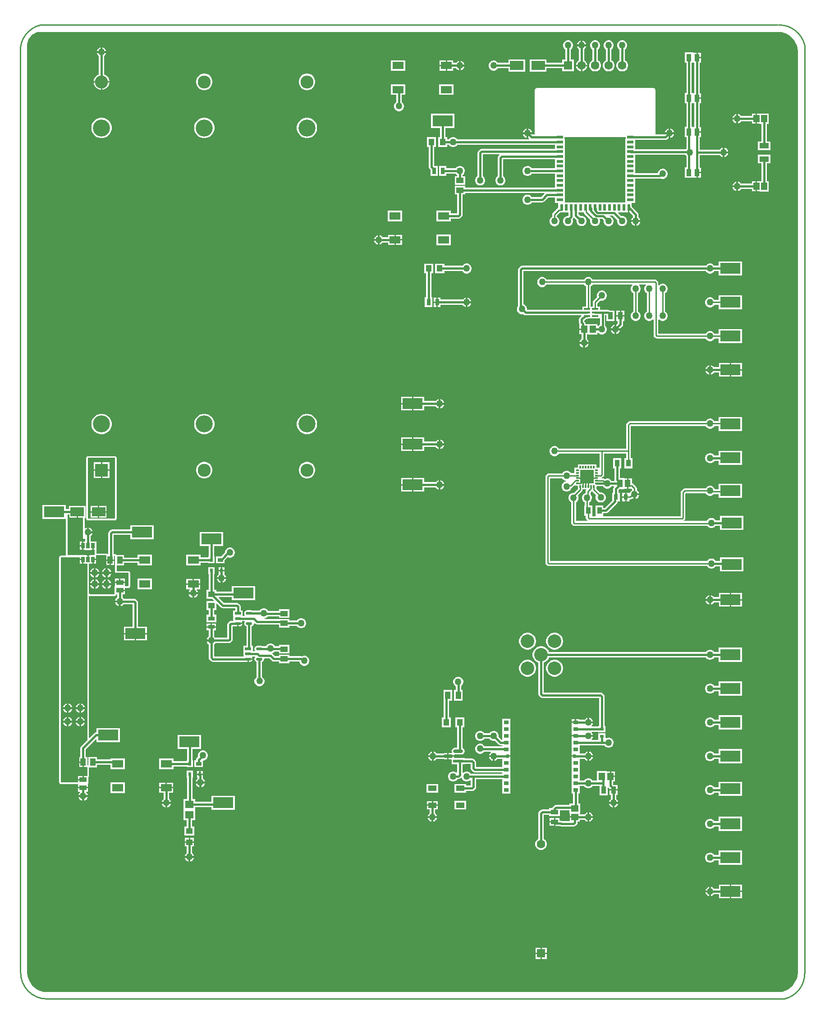
<source format=gtl>
G04*
G04 #@! TF.GenerationSoftware,Altium Limited,Altium Designer,22.6.1 (34)*
G04*
G04 Layer_Physical_Order=1*
G04 Layer_Color=255*
%FSLAX25Y25*%
%MOIN*%
G70*
G04*
G04 #@! TF.SameCoordinates,0C23EDBF-805D-421A-8D3F-8ECBED75DDC4*
G04*
G04*
G04 #@! TF.FilePolarity,Positive*
G04*
G01*
G75*
%ADD14C,0.01000*%
%ADD15R,0.01968X0.01378*%
%ADD16R,0.01378X0.01968*%
%ADD17R,0.09843X0.09843*%
%ADD18R,0.04134X0.05709*%
%ADD19R,0.03543X0.05118*%
%ADD20R,0.03150X0.04134*%
%ADD21R,0.14961X0.07992*%
%ADD22R,0.03937X0.05315*%
%ADD23R,0.04331X0.04921*%
%ADD24R,0.02000X0.02800*%
%ADD25R,0.05512X0.03740*%
%ADD26R,0.05363X0.04755*%
%ADD27R,0.03150X0.02362*%
%ADD28R,0.04755X0.05363*%
%ADD29R,0.06102X0.03937*%
G04:AMPARAMS|DCode=30|XSize=71.82mil|YSize=24.33mil|CornerRadius=12.17mil|HoleSize=0mil|Usage=FLASHONLY|Rotation=180.000|XOffset=0mil|YOffset=0mil|HoleType=Round|Shape=RoundedRectangle|*
%AMROUNDEDRECTD30*
21,1,0.07182,0.00000,0,0,180.0*
21,1,0.04749,0.02433,0,0,180.0*
1,1,0.02433,-0.02375,0.00000*
1,1,0.02433,0.02375,0.00000*
1,1,0.02433,0.02375,0.00000*
1,1,0.02433,-0.02375,0.00000*
%
%ADD30ROUNDEDRECTD30*%
%ADD31R,0.07182X0.02433*%
%ADD32R,0.03740X0.05512*%
%ADD33R,0.05315X0.03937*%
%ADD34R,0.04528X0.05315*%
%ADD35R,0.07087X0.03937*%
%ADD36R,0.03150X0.04921*%
%ADD37R,0.04331X0.04724*%
%ADD38R,0.03740X0.05315*%
%ADD39R,0.04724X0.01378*%
%ADD40R,0.02402X0.05000*%
%ADD41R,0.05000X0.02402*%
G04:AMPARAMS|DCode=42|XSize=47.45mil|YSize=20.95mil|CornerRadius=10.48mil|HoleSize=0mil|Usage=FLASHONLY|Rotation=0.000|XOffset=0mil|YOffset=0mil|HoleType=Round|Shape=RoundedRectangle|*
%AMROUNDEDRECTD42*
21,1,0.04745,0.00000,0,0,0.0*
21,1,0.02650,0.02095,0,0,0.0*
1,1,0.02095,0.01325,0.00000*
1,1,0.02095,-0.01325,0.00000*
1,1,0.02095,-0.01325,0.00000*
1,1,0.02095,0.01325,0.00000*
%
%ADD42ROUNDEDRECTD42*%
%ADD43R,0.04745X0.02095*%
%ADD44R,0.08268X0.05512*%
%ADD45R,0.03937X0.02756*%
%ADD46R,0.02362X0.02756*%
%ADD47R,0.04724X0.04331*%
%ADD48R,0.06102X0.05315*%
%ADD49R,0.03937X0.05315*%
%ADD50R,0.05315X0.03740*%
%ADD51R,0.09843X0.06693*%
%ADD52R,0.04921X0.03150*%
%ADD53R,0.02717X0.03898*%
%ADD56R,0.03600X0.02800*%
%ADD70C,0.06299*%
%ADD71R,0.06299X0.06299*%
%ADD75C,0.12598*%
%ADD76C,0.09646*%
%ADD77R,0.09646X0.09646*%
%ADD79C,0.01500*%
%ADD80C,0.01100*%
%ADD81C,0.10000*%
%ADD82R,0.06299X0.06299*%
%ADD83C,0.05000*%
G36*
X560980Y714957D02*
X562924Y714701D01*
X564818Y714193D01*
X566629Y713443D01*
X568328Y712463D01*
X569883Y711269D01*
X571269Y709883D01*
X572463Y708327D01*
X573443Y706630D01*
X574194Y704818D01*
X574701Y702924D01*
X574957Y700980D01*
X574957Y700000D01*
X574957Y20000D01*
X574957Y19020D01*
X574701Y17076D01*
X574193Y15182D01*
X573443Y13371D01*
X572463Y11672D01*
X571269Y10117D01*
X569883Y8731D01*
X568327Y7537D01*
X566629Y6557D01*
X564818Y5807D01*
X562924Y5299D01*
X560980Y5043D01*
X20000D01*
X19020Y5043D01*
X17076Y5299D01*
X15182Y5806D01*
X13371Y6557D01*
X11672Y7537D01*
X10117Y8731D01*
X8731Y10117D01*
X7537Y11672D01*
X6557Y13371D01*
X5806Y15182D01*
X5299Y17076D01*
X5043Y19020D01*
X5043Y20000D01*
Y705000D01*
Y705653D01*
X5213Y706947D01*
X5551Y708207D01*
X6051Y709413D01*
X6703Y710544D01*
X7498Y711579D01*
X8421Y712502D01*
X9456Y713297D01*
X10587Y713949D01*
X11793Y714449D01*
X13053Y714786D01*
X14347Y714957D01*
X560000D01*
X560980Y714957D01*
D02*
G37*
%LPC*%
G36*
X415750Y708423D02*
Y705750D01*
X418423D01*
X418261Y706351D01*
X417801Y707149D01*
X417149Y707801D01*
X416351Y708261D01*
X415750Y708423D01*
D02*
G37*
G36*
X414250D02*
X413649Y708261D01*
X412851Y707801D01*
X412199Y707149D01*
X411738Y706351D01*
X411578Y705750D01*
X414250D01*
Y708423D01*
D02*
G37*
G36*
X60750Y703422D02*
Y700750D01*
X63423D01*
X63261Y701351D01*
X62801Y702149D01*
X62149Y702801D01*
X61351Y703262D01*
X60750Y703422D01*
D02*
G37*
G36*
X59250D02*
X58649Y703262D01*
X57851Y702801D01*
X57199Y702149D01*
X56739Y701351D01*
X56577Y700750D01*
X59250D01*
Y703422D01*
D02*
G37*
G36*
X503240Y699504D02*
X500870D01*
Y696346D01*
X503240D01*
Y699504D01*
D02*
G37*
G36*
X405487Y708700D02*
X404513D01*
X403572Y708448D01*
X402728Y707961D01*
X402039Y707272D01*
X401552Y706428D01*
X401300Y705487D01*
Y704513D01*
X401552Y703572D01*
X402039Y702728D01*
X402728Y702039D01*
X403012Y701875D01*
Y694350D01*
X400650D01*
Y691988D01*
X388995D01*
Y694547D01*
X376753D01*
Y685454D01*
X388995D01*
Y688012D01*
X400650D01*
Y685650D01*
X409350D01*
Y694350D01*
X406988D01*
Y701875D01*
X407272Y702039D01*
X407961Y702728D01*
X408448Y703572D01*
X408700Y704513D01*
Y705487D01*
X408448Y706428D01*
X407961Y707272D01*
X407272Y707961D01*
X406428Y708448D01*
X405487Y708700D01*
D02*
G37*
G36*
X373247Y694547D02*
X361005D01*
Y691988D01*
X353124D01*
X352961Y692272D01*
X352272Y692961D01*
X351428Y693448D01*
X350487Y693700D01*
X349513D01*
X348572Y693448D01*
X347728Y692961D01*
X347039Y692272D01*
X346552Y691428D01*
X346300Y690487D01*
Y689513D01*
X346552Y688572D01*
X347039Y687728D01*
X347728Y687039D01*
X348572Y686552D01*
X349513Y686300D01*
X350487D01*
X351428Y686552D01*
X352272Y687039D01*
X352961Y687728D01*
X353124Y688012D01*
X361005D01*
Y685454D01*
X373247D01*
Y694547D01*
D02*
G37*
G36*
X325750Y693423D02*
Y690750D01*
X328422D01*
X328261Y691351D01*
X327801Y692149D01*
X327149Y692801D01*
X326351Y693261D01*
X325750Y693423D01*
D02*
G37*
G36*
X418423Y704250D02*
X411578D01*
X411738Y703649D01*
X412199Y702851D01*
X412851Y702199D01*
X413012Y702106D01*
Y693644D01*
X412452Y693321D01*
X411680Y692548D01*
X411133Y691602D01*
X410850Y690546D01*
Y690500D01*
X419150D01*
Y690546D01*
X418867Y691602D01*
X418321Y692548D01*
X417548Y693321D01*
X416988Y693644D01*
Y702106D01*
X417149Y702199D01*
X417801Y702851D01*
X418261Y703649D01*
X418423Y704250D01*
D02*
G37*
G36*
X314500Y693756D02*
X309866D01*
Y690500D01*
X314500D01*
Y693756D01*
D02*
G37*
G36*
X328422Y689250D02*
X325750D01*
Y686578D01*
X326351Y686738D01*
X327149Y687199D01*
X327801Y687851D01*
X328261Y688649D01*
X328422Y689250D01*
D02*
G37*
G36*
X320134Y693756D02*
X315500D01*
Y690000D01*
Y686244D01*
X320134D01*
Y688012D01*
X322106D01*
X322199Y687851D01*
X322851Y687199D01*
X323649Y686738D01*
X324250Y686578D01*
Y690000D01*
Y693423D01*
X323649Y693261D01*
X322851Y692801D01*
X322199Y692149D01*
X322106Y691988D01*
X320134D01*
Y693756D01*
D02*
G37*
G36*
X314500Y689500D02*
X309866D01*
Y686244D01*
X314500D01*
Y689500D01*
D02*
G37*
G36*
X284507Y693956D02*
X273839D01*
Y686044D01*
X284507D01*
Y693956D01*
D02*
G37*
G36*
X419150Y689500D02*
X415500D01*
Y685850D01*
X415546D01*
X416602Y686133D01*
X417548Y686680D01*
X418321Y687452D01*
X418867Y688398D01*
X419150Y689454D01*
Y689500D01*
D02*
G37*
G36*
X414500D02*
X410850D01*
Y689454D01*
X411133Y688398D01*
X411680Y687452D01*
X412452Y686680D01*
X413398Y686133D01*
X414454Y685850D01*
X414500D01*
Y689500D01*
D02*
G37*
G36*
X445487Y708700D02*
X444513D01*
X443572Y708448D01*
X442728Y707961D01*
X442039Y707272D01*
X441552Y706428D01*
X441300Y705487D01*
Y704513D01*
X441552Y703572D01*
X442039Y702728D01*
X442728Y702039D01*
X443012Y701875D01*
Y693875D01*
X442329Y693480D01*
X441519Y692671D01*
X440947Y691679D01*
X440650Y690573D01*
Y689427D01*
X440947Y688321D01*
X441519Y687329D01*
X442329Y686519D01*
X443321Y685947D01*
X444427Y685650D01*
X445573D01*
X446679Y685947D01*
X447671Y686519D01*
X448481Y687329D01*
X449053Y688321D01*
X449350Y689427D01*
Y690573D01*
X449053Y691679D01*
X448481Y692671D01*
X447671Y693480D01*
X446988Y693875D01*
Y701875D01*
X447272Y702039D01*
X447961Y702728D01*
X448448Y703572D01*
X448700Y704513D01*
Y705487D01*
X448448Y706428D01*
X447961Y707272D01*
X447272Y707961D01*
X446428Y708448D01*
X445487Y708700D01*
D02*
G37*
G36*
X435487D02*
X434513D01*
X433572Y708448D01*
X432728Y707961D01*
X432039Y707272D01*
X431552Y706428D01*
X431300Y705487D01*
Y704513D01*
X431552Y703572D01*
X432039Y702728D01*
X432728Y702039D01*
X433012Y701875D01*
Y693875D01*
X432329Y693480D01*
X431520Y692671D01*
X430947Y691679D01*
X430650Y690573D01*
Y689427D01*
X430947Y688321D01*
X431520Y687329D01*
X432329Y686519D01*
X433321Y685947D01*
X434427Y685650D01*
X435573D01*
X436679Y685947D01*
X437671Y686519D01*
X438481Y687329D01*
X439053Y688321D01*
X439350Y689427D01*
Y690573D01*
X439053Y691679D01*
X438481Y692671D01*
X437671Y693480D01*
X436988Y693875D01*
Y701875D01*
X437272Y702039D01*
X437961Y702728D01*
X438448Y703572D01*
X438700Y704513D01*
Y705487D01*
X438448Y706428D01*
X437961Y707272D01*
X437272Y707961D01*
X436428Y708448D01*
X435487Y708700D01*
D02*
G37*
G36*
X425487D02*
X424513D01*
X423572Y708448D01*
X422728Y707961D01*
X422039Y707272D01*
X421552Y706428D01*
X421300Y705487D01*
Y704513D01*
X421552Y703572D01*
X422039Y702728D01*
X422728Y702039D01*
X423012Y701875D01*
Y693875D01*
X422329Y693480D01*
X421520Y692671D01*
X420947Y691679D01*
X420650Y690573D01*
Y689427D01*
X420947Y688321D01*
X421520Y687329D01*
X422329Y686519D01*
X423321Y685947D01*
X424427Y685650D01*
X425573D01*
X426679Y685947D01*
X427671Y686519D01*
X428480Y687329D01*
X429053Y688321D01*
X429350Y689427D01*
Y690573D01*
X429053Y691679D01*
X428480Y692671D01*
X427671Y693480D01*
X426988Y693875D01*
Y701875D01*
X427272Y702039D01*
X427961Y702728D01*
X428448Y703572D01*
X428700Y704513D01*
Y705487D01*
X428448Y706428D01*
X427961Y707272D01*
X427272Y707961D01*
X426428Y708448D01*
X425487Y708700D01*
D02*
G37*
G36*
X63423Y699250D02*
X56577D01*
X56739Y698649D01*
X57199Y697851D01*
X57851Y697199D01*
X58012Y697106D01*
Y683452D01*
X57242Y683133D01*
X56288Y682495D01*
X55477Y681684D01*
X54840Y680731D01*
X54401Y679671D01*
X54177Y678546D01*
Y678472D01*
X60000D01*
X65823D01*
Y678546D01*
X65599Y679671D01*
X65160Y680731D01*
X64523Y681684D01*
X63712Y682495D01*
X62758Y683133D01*
X61988Y683452D01*
Y697106D01*
X62149Y697199D01*
X62801Y697851D01*
X63261Y698649D01*
X63423Y699250D01*
D02*
G37*
G36*
X65823Y677472D02*
X60500D01*
Y672150D01*
X60574D01*
X61699Y672373D01*
X62758Y672812D01*
X63712Y673450D01*
X64523Y674261D01*
X65160Y675214D01*
X65599Y676274D01*
X65823Y677399D01*
Y677472D01*
D02*
G37*
G36*
X59500D02*
X54177D01*
Y677399D01*
X54401Y676274D01*
X54840Y675214D01*
X55477Y674261D01*
X56288Y673450D01*
X57242Y672812D01*
X58302Y672373D01*
X59426Y672150D01*
X59500D01*
Y677472D01*
D02*
G37*
G36*
X212562Y683995D02*
X211375D01*
X210212Y683764D01*
X209116Y683310D01*
X208129Y682651D01*
X207290Y681812D01*
X206631Y680825D01*
X206177Y679729D01*
X205946Y678566D01*
Y677379D01*
X206177Y676216D01*
X206631Y675120D01*
X207290Y674133D01*
X208129Y673294D01*
X209116Y672635D01*
X210212Y672181D01*
X211375Y671950D01*
X212562D01*
X213725Y672181D01*
X214821Y672635D01*
X215808Y673294D01*
X216647Y674133D01*
X217306Y675120D01*
X217760Y676216D01*
X217991Y677379D01*
Y678566D01*
X217760Y679729D01*
X217306Y680825D01*
X216647Y681812D01*
X215808Y682651D01*
X214821Y683310D01*
X213725Y683764D01*
X212562Y683995D01*
D02*
G37*
G36*
X136577D02*
X135391D01*
X134228Y683764D01*
X133131Y683310D01*
X132145Y682651D01*
X131306Y681812D01*
X130647Y680825D01*
X130193Y679729D01*
X129961Y678566D01*
Y677379D01*
X130193Y676216D01*
X130647Y675120D01*
X131306Y674133D01*
X132145Y673294D01*
X133131Y672635D01*
X134228Y672181D01*
X135391Y671950D01*
X136577D01*
X137741Y672181D01*
X138837Y672635D01*
X139824Y673294D01*
X140663Y674133D01*
X141322Y675120D01*
X141776Y676216D01*
X142007Y677379D01*
Y678566D01*
X141776Y679729D01*
X141322Y680825D01*
X140663Y681812D01*
X139824Y682651D01*
X138837Y683310D01*
X137741Y683764D01*
X136577Y683995D01*
D02*
G37*
G36*
X320334Y676239D02*
X309666D01*
Y668328D01*
X320334D01*
Y676239D01*
D02*
G37*
G36*
X284507D02*
X273839D01*
Y668328D01*
X278012D01*
Y663125D01*
X277728Y662961D01*
X277039Y662272D01*
X276552Y661428D01*
X276300Y660487D01*
Y659513D01*
X276552Y658572D01*
X277039Y657728D01*
X277728Y657039D01*
X278572Y656552D01*
X279513Y656300D01*
X280487D01*
X281428Y656552D01*
X282272Y657039D01*
X282961Y657728D01*
X283448Y658572D01*
X283700Y659513D01*
Y660487D01*
X283448Y661428D01*
X282961Y662272D01*
X282272Y662961D01*
X281988Y663125D01*
Y668328D01*
X284507D01*
Y676239D01*
D02*
G37*
G36*
X543791Y654425D02*
X541028D01*
Y652756D01*
X532894D01*
X532801Y652917D01*
X532149Y653568D01*
X531351Y654029D01*
X530750Y654190D01*
Y650768D01*
Y647345D01*
X531351Y647506D01*
X532149Y647967D01*
X532801Y648619D01*
X532894Y648779D01*
X541028D01*
Y647110D01*
X543791D01*
Y650768D01*
Y654425D01*
D02*
G37*
G36*
X529250Y654190D02*
X528649Y654029D01*
X527851Y653568D01*
X527199Y652917D01*
X526739Y652118D01*
X526578Y651518D01*
X529250D01*
Y654190D01*
D02*
G37*
G36*
Y650018D02*
X526578D01*
X526739Y649417D01*
X527199Y648619D01*
X527851Y647967D01*
X528649Y647506D01*
X529250Y647345D01*
Y650018D01*
D02*
G37*
G36*
X480750Y643423D02*
Y640750D01*
X483423D01*
X483261Y641351D01*
X482801Y642149D01*
X482149Y642801D01*
X481351Y643261D01*
X480750Y643423D01*
D02*
G37*
G36*
X479250D02*
X478649Y643261D01*
X477851Y642801D01*
X477199Y642149D01*
X476739Y641351D01*
X476578Y640750D01*
X479250D01*
Y643423D01*
D02*
G37*
G36*
X375750D02*
Y640750D01*
X378422D01*
X378261Y641351D01*
X377801Y642149D01*
X377149Y642801D01*
X376351Y643261D01*
X375750Y643423D01*
D02*
G37*
G36*
X374250D02*
X373649Y643261D01*
X372851Y642801D01*
X372199Y642149D01*
X371739Y641351D01*
X371578Y640750D01*
X374250D01*
Y643423D01*
D02*
G37*
G36*
X483423Y639250D02*
X480750D01*
Y636578D01*
X481351Y636738D01*
X482149Y637199D01*
X482801Y637851D01*
X483261Y638649D01*
X483423Y639250D01*
D02*
G37*
G36*
X374250D02*
X371578D01*
X371739Y638649D01*
X372199Y637851D01*
X372851Y637199D01*
X373649Y636738D01*
X374250Y636578D01*
Y639250D01*
D02*
G37*
G36*
X212707Y651436D02*
X211230D01*
X209781Y651148D01*
X208416Y650583D01*
X207188Y649762D01*
X206143Y648717D01*
X205323Y647489D01*
X204757Y646124D01*
X204469Y644676D01*
Y643198D01*
X204757Y641750D01*
X205323Y640385D01*
X206143Y639156D01*
X207188Y638112D01*
X208416Y637291D01*
X209781Y636726D01*
X211230Y636438D01*
X212707D01*
X214156Y636726D01*
X215521Y637291D01*
X216749Y638112D01*
X217793Y639156D01*
X218614Y640385D01*
X219180Y641750D01*
X219468Y643198D01*
Y644676D01*
X219180Y646124D01*
X218614Y647489D01*
X217793Y648717D01*
X216749Y649762D01*
X215521Y650583D01*
X214156Y651148D01*
X212707Y651436D01*
D02*
G37*
G36*
X136723D02*
X135246D01*
X133797Y651148D01*
X132432Y650583D01*
X131204Y649762D01*
X130159Y648717D01*
X129339Y647489D01*
X128773Y646124D01*
X128485Y644676D01*
Y643198D01*
X128773Y641750D01*
X129339Y640385D01*
X130159Y639156D01*
X131204Y638112D01*
X132432Y637291D01*
X133797Y636726D01*
X135246Y636438D01*
X136723D01*
X138172Y636726D01*
X139536Y637291D01*
X140765Y638112D01*
X141809Y639156D01*
X142630Y640385D01*
X143195Y641750D01*
X143483Y643198D01*
Y644676D01*
X143195Y646124D01*
X142630Y647489D01*
X141809Y648717D01*
X140765Y649762D01*
X139536Y650583D01*
X138172Y651148D01*
X136723Y651436D01*
D02*
G37*
G36*
X60739D02*
X59261D01*
X57813Y651148D01*
X56448Y650583D01*
X55220Y649762D01*
X54175Y648717D01*
X53354Y647489D01*
X52789Y646124D01*
X52501Y644676D01*
Y643198D01*
X52789Y641750D01*
X53354Y640385D01*
X54175Y639156D01*
X55220Y638112D01*
X56448Y637291D01*
X57813Y636726D01*
X59261Y636438D01*
X60739D01*
X62187Y636726D01*
X63552Y637291D01*
X64780Y638112D01*
X65825Y639156D01*
X66646Y640385D01*
X67211Y641750D01*
X67499Y643198D01*
Y644676D01*
X67211Y646124D01*
X66646Y647489D01*
X65825Y648717D01*
X64780Y649762D01*
X63552Y650583D01*
X62187Y651148D01*
X60739Y651436D01*
D02*
G37*
G36*
X497535Y699704D02*
X491395D01*
Y691989D01*
X492476D01*
Y669704D01*
X491395D01*
Y661989D01*
X492476D01*
Y644704D01*
X491395D01*
Y636989D01*
X492476D01*
Y628555D01*
X492039Y628118D01*
X492029Y628100D01*
X454759D01*
Y631064D01*
Y635020D01*
X477008D01*
X477769Y635171D01*
X478414Y635602D01*
X479250Y636438D01*
Y639250D01*
X476438D01*
X476184Y638996D01*
X469531D01*
Y672165D01*
X469438Y672634D01*
X469172Y673031D01*
X468775Y673296D01*
X468307Y673389D01*
X381693D01*
X381225Y673296D01*
X380828Y673031D01*
X380562Y672634D01*
X380469Y672165D01*
Y638996D01*
X378816D01*
X378562Y639250D01*
X375750D01*
Y636438D01*
X376236Y635953D01*
X376028Y635453D01*
X323125D01*
X322961Y635736D01*
X322272Y636425D01*
X321428Y636912D01*
X320487Y637165D01*
X319513D01*
X318572Y636912D01*
X317728Y636425D01*
X317039Y635736D01*
X316876Y635453D01*
X315649D01*
Y637027D01*
X314272D01*
Y643938D01*
X320964D01*
Y654330D01*
X303603D01*
Y643938D01*
X310295D01*
Y637027D01*
X308918D01*
Y629902D01*
X315649D01*
Y631476D01*
X316876D01*
X317039Y631193D01*
X317728Y630504D01*
X318572Y630017D01*
X319513Y629765D01*
X320487D01*
X321428Y630017D01*
X322272Y630504D01*
X322961Y631193D01*
X323125Y631476D01*
X395241D01*
Y628366D01*
X340879D01*
X340118Y628215D01*
X339473Y627784D01*
X338594Y626905D01*
X338163Y626260D01*
X338012Y625499D01*
Y608203D01*
X337728Y608040D01*
X337039Y607351D01*
X336552Y606507D01*
X336300Y605566D01*
Y604592D01*
X336552Y603651D01*
X337039Y602807D01*
X337728Y602118D01*
X338572Y601631D01*
X339513Y601379D01*
X340487D01*
X341428Y601631D01*
X342272Y602118D01*
X342961Y602807D01*
X343448Y603651D01*
X343700Y604592D01*
Y605566D01*
X343448Y606507D01*
X342961Y607351D01*
X342272Y608040D01*
X341988Y608203D01*
Y624390D01*
X353954D01*
X354161Y623890D01*
X353594Y623322D01*
X353163Y622678D01*
X353012Y621917D01*
Y608203D01*
X352728Y608040D01*
X352039Y607351D01*
X351552Y606507D01*
X351300Y605566D01*
Y604592D01*
X351552Y603651D01*
X352039Y602807D01*
X352728Y602118D01*
X353572Y601631D01*
X354513Y601379D01*
X355487D01*
X356428Y601631D01*
X357272Y602118D01*
X357961Y602807D01*
X358448Y603651D01*
X358700Y604592D01*
Y605566D01*
X358448Y606507D01*
X357961Y607351D01*
X357272Y608040D01*
X356988Y608203D01*
Y620807D01*
X395241D01*
Y616851D01*
Y614153D01*
X378124D01*
X377961Y614437D01*
X377272Y615126D01*
X376428Y615613D01*
X375487Y615865D01*
X374513D01*
X373572Y615613D01*
X372728Y615126D01*
X372039Y614437D01*
X371552Y613593D01*
X371300Y612652D01*
Y611678D01*
X371552Y610737D01*
X372039Y609894D01*
X372728Y609205D01*
X373572Y608717D01*
X374513Y608465D01*
X375487D01*
X376428Y608717D01*
X377272Y609205D01*
X377961Y609894D01*
X378124Y610177D01*
X395241D01*
Y606221D01*
Y602678D01*
Y599941D01*
X328857D01*
Y601121D01*
X321143D01*
Y594784D01*
X323012D01*
Y580847D01*
X318247D01*
Y582814D01*
X307579D01*
Y574902D01*
X318247D01*
Y576870D01*
X324121D01*
X324882Y577021D01*
X325527Y577452D01*
X326406Y578331D01*
X326837Y578976D01*
X326988Y579737D01*
Y594784D01*
X328857D01*
Y595964D01*
X387446D01*
X387653Y595465D01*
X385043Y592854D01*
X378124D01*
X377961Y593138D01*
X377272Y593827D01*
X376428Y594314D01*
X375487Y594566D01*
X374513D01*
X373572Y594314D01*
X372728Y593827D01*
X372039Y593138D01*
X371552Y592294D01*
X371300Y591353D01*
Y590379D01*
X371552Y589438D01*
X372039Y588594D01*
X372728Y587905D01*
X373572Y587418D01*
X374513Y587166D01*
X375487D01*
X376428Y587418D01*
X377272Y587905D01*
X377961Y588594D01*
X378124Y588878D01*
X385866D01*
X386627Y589029D01*
X387272Y589460D01*
X390233Y592421D01*
X395241D01*
Y588465D01*
X397757D01*
Y584854D01*
X397557Y584814D01*
X396979Y584427D01*
X393740Y581188D01*
X393353Y580609D01*
X393217Y579926D01*
Y578243D01*
X392728Y577961D01*
X392039Y577272D01*
X391552Y576428D01*
X391300Y575487D01*
Y574513D01*
X391552Y573572D01*
X392039Y572728D01*
X392728Y572039D01*
X393572Y571552D01*
X394513Y571300D01*
X395487D01*
X396428Y571552D01*
X397272Y572039D01*
X397961Y572728D01*
X398448Y573572D01*
X398700Y574513D01*
Y575487D01*
X398448Y576428D01*
X397961Y577272D01*
X397272Y577961D01*
X396785Y578242D01*
Y579187D01*
X398979Y581381D01*
X399507D01*
X399514Y581383D01*
X405256D01*
Y579076D01*
X404941Y578761D01*
X404513D01*
X403572Y578509D01*
X402728Y578022D01*
X402039Y577333D01*
X401552Y576490D01*
X401300Y575549D01*
Y574574D01*
X401552Y573633D01*
X402039Y572789D01*
X402728Y572101D01*
X403572Y571614D01*
X404513Y571361D01*
X405487D01*
X406428Y571614D01*
X407272Y572101D01*
X407961Y572789D01*
X408448Y573633D01*
X408700Y574574D01*
Y575549D01*
X408448Y576490D01*
X408391Y576588D01*
X408650Y576847D01*
X409069Y577474D01*
X409085Y577493D01*
X409619Y577631D01*
X411385Y575865D01*
X411300Y575549D01*
Y574574D01*
X411552Y573633D01*
X412039Y572789D01*
X412728Y572101D01*
X413572Y571614D01*
X414513Y571361D01*
X415487D01*
X416428Y571614D01*
X417272Y572101D01*
X417961Y572789D01*
X418448Y573633D01*
X418700Y574574D01*
Y575549D01*
X418448Y576490D01*
X417961Y577333D01*
X417272Y578022D01*
X416428Y578509D01*
X415487Y578761D01*
X414513D01*
X414196Y578677D01*
X412776Y580097D01*
Y581383D01*
X416642D01*
X416715Y581015D01*
X417101Y580437D01*
X421446Y576092D01*
X421300Y575549D01*
Y574574D01*
X421552Y573633D01*
X422039Y572789D01*
X422728Y572101D01*
X423572Y571614D01*
X424513Y571361D01*
X425487D01*
X426428Y571614D01*
X427272Y572101D01*
X427961Y572789D01*
X428448Y573633D01*
X428700Y574574D01*
Y575549D01*
X428460Y576444D01*
X428481Y576590D01*
X428685Y576944D01*
X430244D01*
X431385Y575804D01*
X431300Y575487D01*
Y574513D01*
X431552Y573572D01*
X432039Y572728D01*
X432728Y572039D01*
X433572Y571552D01*
X434513Y571300D01*
X435487D01*
X436428Y571552D01*
X437272Y572039D01*
X437961Y572728D01*
X438448Y573572D01*
X438700Y574513D01*
Y575487D01*
X438448Y576428D01*
X437961Y577272D01*
X437272Y577961D01*
X436428Y578448D01*
X435694Y578645D01*
X435760Y579144D01*
X438105D01*
X441385Y575865D01*
X441300Y575549D01*
Y574574D01*
X441552Y573633D01*
X442039Y572789D01*
X442728Y572101D01*
X443572Y571614D01*
X444513Y571361D01*
X445487D01*
X446428Y571614D01*
X447272Y572101D01*
X447961Y572789D01*
X448448Y573633D01*
X448700Y574574D01*
Y575549D01*
X448448Y576490D01*
X447961Y577333D01*
X447272Y578022D01*
X446428Y578509D01*
X445487Y578761D01*
X444513D01*
X444197Y578677D01*
X441952Y580921D01*
X442144Y581383D01*
X448700D01*
Y581583D01*
X449342D01*
Y585083D01*
X450343D01*
Y581583D01*
X450531D01*
X453012Y579102D01*
Y577955D01*
X452851Y577862D01*
X452199Y577211D01*
X451739Y576412D01*
X451578Y575811D01*
X458423D01*
X458261Y576412D01*
X457801Y577211D01*
X457149Y577862D01*
X456988Y577955D01*
Y579925D01*
X456837Y580686D01*
X456406Y581331D01*
X452043Y585694D01*
Y588465D01*
X454759D01*
Y592009D01*
Y595552D01*
Y599095D01*
Y602678D01*
Y606634D01*
X472675D01*
X473237Y606746D01*
X473572Y606552D01*
X474513Y606300D01*
X475487D01*
X476428Y606552D01*
X477272Y607039D01*
X477961Y607728D01*
X478448Y608572D01*
X478700Y609513D01*
Y610487D01*
X478448Y611428D01*
X477961Y612272D01*
X477272Y612961D01*
X476428Y613448D01*
X475487Y613700D01*
X474513D01*
X473572Y613448D01*
X472728Y612961D01*
X472039Y612272D01*
X471552Y611428D01*
X471333Y610610D01*
X454759D01*
Y613308D01*
Y616851D01*
Y620395D01*
Y624124D01*
X491722D01*
X492039Y623574D01*
X492476Y623137D01*
Y614704D01*
X491395D01*
Y606989D01*
X497535D01*
Y607189D01*
X499870D01*
Y610846D01*
X500370D01*
Y611346D01*
X503240D01*
Y614504D01*
X502358D01*
Y623858D01*
X517106D01*
X517199Y623697D01*
X517851Y623046D01*
X518649Y622585D01*
X519250Y622424D01*
Y625846D01*
Y629269D01*
X518649Y629108D01*
X517851Y628647D01*
X517199Y627995D01*
X517106Y627835D01*
X502358D01*
Y637189D01*
X503240D01*
Y640346D01*
X500370D01*
Y641346D01*
X503240D01*
Y644504D01*
X502358D01*
Y662189D01*
X503240D01*
Y665346D01*
X500370D01*
Y666346D01*
X503240D01*
Y669504D01*
X502358D01*
Y692189D01*
X503240D01*
Y695346D01*
X500370D01*
Y695846D01*
X499870D01*
Y699504D01*
X497535D01*
Y699704D01*
D02*
G37*
G36*
X553464Y654625D02*
X546536D01*
Y654425D01*
X544791D01*
Y650768D01*
Y647110D01*
X546536D01*
Y646910D01*
X548012D01*
Y633857D01*
X545257D01*
Y627520D01*
X554743D01*
Y633857D01*
X551988D01*
Y646910D01*
X553464D01*
Y654625D01*
D02*
G37*
G36*
X520750Y629269D02*
Y626596D01*
X523422D01*
X523261Y627197D01*
X522801Y627995D01*
X522149Y628647D01*
X521351Y629108D01*
X520750Y629269D01*
D02*
G37*
G36*
X523422Y625096D02*
X520750D01*
Y622424D01*
X521351Y622585D01*
X522149Y623046D01*
X522801Y623697D01*
X523261Y624495D01*
X523422Y625096D01*
D02*
G37*
G36*
X325487Y615865D02*
X324513D01*
X323572Y615613D01*
X322728Y615126D01*
X322039Y614437D01*
X321876Y614153D01*
X315058D01*
Y615826D01*
X309509D01*
Y608505D01*
X315058D01*
Y610177D01*
X321876D01*
X322039Y609894D01*
X322728Y609205D01*
X323012Y609041D01*
Y608208D01*
X321143D01*
Y601871D01*
X328857D01*
Y608208D01*
X326988D01*
Y609041D01*
X327272Y609205D01*
X327961Y609894D01*
X328448Y610737D01*
X328700Y611678D01*
Y612652D01*
X328448Y613593D01*
X327961Y614437D01*
X327272Y615126D01*
X326428Y615613D01*
X325487Y615865D01*
D02*
G37*
G36*
X307381Y637027D02*
X300650D01*
Y629902D01*
X302028D01*
Y615020D01*
X302179Y614259D01*
X302610Y613614D01*
X303209Y613014D01*
Y608505D01*
X308759D01*
Y615826D01*
X306021D01*
X306004Y615843D01*
Y629902D01*
X307381D01*
Y637027D01*
D02*
G37*
G36*
X503240Y610346D02*
X500870D01*
Y607189D01*
X503240D01*
Y610346D01*
D02*
G37*
G36*
X543791Y604425D02*
X541028D01*
Y602756D01*
X532894D01*
X532801Y602917D01*
X532149Y603568D01*
X531351Y604029D01*
X530750Y604190D01*
Y600768D01*
Y597345D01*
X531351Y597506D01*
X532149Y597967D01*
X532801Y598619D01*
X532894Y598779D01*
X541028D01*
Y597110D01*
X543791D01*
Y600768D01*
Y604425D01*
D02*
G37*
G36*
X529250Y604190D02*
X528649Y604029D01*
X527851Y603568D01*
X527199Y602917D01*
X526739Y602118D01*
X526578Y601518D01*
X529250D01*
Y604190D01*
D02*
G37*
G36*
Y600018D02*
X526578D01*
X526739Y599417D01*
X527199Y598619D01*
X527851Y597967D01*
X528649Y597506D01*
X529250Y597345D01*
Y600018D01*
D02*
G37*
G36*
X554743Y624015D02*
X545257D01*
Y617678D01*
X548012D01*
Y604625D01*
X546536D01*
Y604425D01*
X544791D01*
Y600768D01*
Y597110D01*
X546536D01*
Y596910D01*
X553464D01*
Y604625D01*
X551988D01*
Y617678D01*
X554743D01*
Y624015D01*
D02*
G37*
G36*
X282420Y582814D02*
X271753D01*
Y574902D01*
X282420D01*
Y582814D01*
D02*
G37*
G36*
X458423Y574311D02*
X455750D01*
Y571639D01*
X456351Y571800D01*
X457149Y572261D01*
X457801Y572912D01*
X458261Y573710D01*
X458423Y574311D01*
D02*
G37*
G36*
X454250D02*
X451578D01*
X451739Y573710D01*
X452199Y572912D01*
X452851Y572261D01*
X453649Y571800D01*
X454250Y571639D01*
Y574311D01*
D02*
G37*
G36*
X276587Y564898D02*
X271953D01*
Y563130D01*
X267894D01*
X267801Y563291D01*
X267149Y563942D01*
X266351Y564403D01*
X265750Y564564D01*
Y561142D01*
Y557719D01*
X266351Y557880D01*
X267149Y558341D01*
X267801Y558993D01*
X267894Y559154D01*
X271953D01*
Y557386D01*
X276587D01*
Y561142D01*
Y564898D01*
D02*
G37*
G36*
X264250Y564564D02*
X263649Y564403D01*
X262851Y563942D01*
X262199Y563291D01*
X261738Y562493D01*
X261578Y561892D01*
X264250D01*
Y564564D01*
D02*
G37*
G36*
X282221Y564898D02*
X277587D01*
Y561642D01*
X282221D01*
Y564898D01*
D02*
G37*
G36*
X264250Y560392D02*
X261578D01*
X261738Y559791D01*
X262199Y558993D01*
X262851Y558341D01*
X263649Y557880D01*
X264250Y557719D01*
Y560392D01*
D02*
G37*
G36*
X282221Y560642D02*
X277587D01*
Y557386D01*
X282221D01*
Y560642D01*
D02*
G37*
G36*
X318247Y565098D02*
X307579D01*
Y557186D01*
X318247D01*
Y565098D01*
D02*
G37*
G36*
X533680Y545196D02*
X516320D01*
Y541988D01*
X513125D01*
X512961Y542272D01*
X512272Y542961D01*
X511428Y543448D01*
X510487Y543700D01*
X509513D01*
X508572Y543448D01*
X507728Y542961D01*
X507039Y542272D01*
X506876Y541988D01*
X370879D01*
X370118Y541837D01*
X369473Y541406D01*
X368594Y540527D01*
X368163Y539882D01*
X368012Y539121D01*
Y512629D01*
X368055Y512409D01*
X367918Y512272D01*
X367431Y511428D01*
X367179Y510487D01*
Y509513D01*
X367431Y508572D01*
X367918Y507728D01*
X368607Y507039D01*
X369450Y506552D01*
X370392Y506300D01*
X371366D01*
X371737Y506399D01*
X372101Y506035D01*
X372746Y505604D01*
X373507Y505453D01*
X414649D01*
X414841Y504991D01*
X413594Y503745D01*
X413163Y503099D01*
X413012Y502339D01*
Y500000D01*
X413163Y499239D01*
X413257Y499099D01*
X413464Y498681D01*
X413464D01*
X413464Y498681D01*
Y495500D01*
X416842D01*
Y494500D01*
X413464D01*
Y491319D01*
X414854D01*
Y487894D01*
X414693Y487801D01*
X414041Y487149D01*
X413580Y486351D01*
X413419Y485750D01*
X420264D01*
X420103Y486351D01*
X419642Y487149D01*
X418991Y487801D01*
X418830Y487894D01*
Y491319D01*
X419581D01*
Y491119D01*
X426736D01*
Y492325D01*
X427236Y492532D01*
X427728Y492039D01*
X428572Y491552D01*
X429513Y491300D01*
X430487D01*
X431428Y491552D01*
X432272Y492039D01*
X432961Y492728D01*
X433448Y493572D01*
X433700Y494513D01*
Y495487D01*
X433448Y496428D01*
X432961Y497272D01*
X432468Y497765D01*
Y505453D01*
X433288D01*
Y501044D01*
X439428D01*
Y508956D01*
X436046D01*
X435564Y509278D01*
X434803Y509429D01*
X428562D01*
Y511889D01*
X426784D01*
Y514261D01*
X428969Y516446D01*
X429513Y516300D01*
X430487D01*
X431428Y516552D01*
X432272Y517039D01*
X432961Y517728D01*
X433448Y518572D01*
X433700Y519513D01*
Y520487D01*
X433448Y521428D01*
X432961Y522272D01*
X432272Y522961D01*
X431428Y523448D01*
X430487Y523700D01*
X429513D01*
X428572Y523448D01*
X427728Y522961D01*
X427039Y522272D01*
X426552Y521428D01*
X426300Y520487D01*
Y519513D01*
X426446Y518969D01*
X423738Y516262D01*
X423351Y515683D01*
X423216Y515000D01*
Y511889D01*
X421784D01*
Y526758D01*
X422272Y527039D01*
X422961Y527728D01*
X423242Y528216D01*
X452276D01*
X452483Y527716D01*
X452039Y527272D01*
X451552Y526428D01*
X451300Y525487D01*
Y524513D01*
X451552Y523572D01*
X452039Y522728D01*
X452728Y522039D01*
X453216Y521758D01*
Y508242D01*
X452728Y507961D01*
X452039Y507272D01*
X451552Y506428D01*
X451300Y505487D01*
Y504513D01*
X451552Y503572D01*
X452039Y502728D01*
X452728Y502039D01*
X453572Y501552D01*
X454513Y501300D01*
X455487D01*
X456428Y501552D01*
X457272Y502039D01*
X457961Y502728D01*
X458448Y503572D01*
X458700Y504513D01*
Y505487D01*
X458448Y506428D01*
X457961Y507272D01*
X457272Y507961D01*
X456784Y508242D01*
Y521758D01*
X457272Y522039D01*
X457961Y522728D01*
X458448Y523572D01*
X458700Y524513D01*
Y525487D01*
X458448Y526428D01*
X457961Y527272D01*
X457517Y527716D01*
X457724Y528216D01*
X462276D01*
X462483Y527716D01*
X462039Y527272D01*
X461552Y526428D01*
X461300Y525487D01*
Y524513D01*
X461552Y523572D01*
X462039Y522728D01*
X462728Y522039D01*
X463216Y521758D01*
Y508242D01*
X462728Y507961D01*
X462039Y507272D01*
X461552Y506428D01*
X461300Y505487D01*
Y504513D01*
X461552Y503572D01*
X462039Y502728D01*
X462728Y502039D01*
X463572Y501552D01*
X464513Y501300D01*
X465487D01*
X466428Y501552D01*
X467272Y502039D01*
X467716Y502483D01*
X468216Y502276D01*
Y490644D01*
X468352Y489961D01*
X468738Y489383D01*
X469383Y488738D01*
X469383Y488738D01*
X469962Y488351D01*
X470644Y488216D01*
X470644Y488216D01*
X506758D01*
X507039Y487728D01*
X507728Y487039D01*
X508572Y486552D01*
X509513Y486300D01*
X510487D01*
X511428Y486552D01*
X512272Y487039D01*
X512961Y487728D01*
X513242Y488216D01*
X516320D01*
Y484804D01*
X533680D01*
Y495196D01*
X516320D01*
Y491784D01*
X513242D01*
X512961Y492272D01*
X512272Y492961D01*
X511428Y493448D01*
X510487Y493700D01*
X509513D01*
X508572Y493448D01*
X507728Y492961D01*
X507039Y492272D01*
X506758Y491784D01*
X471784D01*
Y502276D01*
X472284Y502483D01*
X472728Y502039D01*
X473572Y501552D01*
X474513Y501300D01*
X475487D01*
X476428Y501552D01*
X477272Y502039D01*
X477961Y502728D01*
X478448Y503572D01*
X478700Y504513D01*
Y505487D01*
X478448Y506428D01*
X477961Y507272D01*
X477272Y507961D01*
X476784Y508242D01*
Y521758D01*
X477272Y522039D01*
X477961Y522728D01*
X478448Y523572D01*
X478700Y524513D01*
Y525487D01*
X478448Y526428D01*
X477961Y527272D01*
X477272Y527961D01*
X476428Y528448D01*
X475487Y528700D01*
X474513D01*
X473572Y528448D01*
X472728Y527961D01*
X472284Y527517D01*
X471784Y527724D01*
Y529356D01*
X471784Y529356D01*
X471649Y530038D01*
X471262Y530617D01*
X471262Y530617D01*
X470617Y531262D01*
X470039Y531648D01*
X469356Y531784D01*
X423242D01*
X422961Y532272D01*
X422272Y532961D01*
X421428Y533448D01*
X420487Y533700D01*
X419513D01*
X418572Y533448D01*
X417728Y532961D01*
X417039Y532272D01*
X416758Y531784D01*
X389108D01*
X388827Y532272D01*
X388138Y532961D01*
X387294Y533448D01*
X386353Y533700D01*
X385379D01*
X384438Y533448D01*
X383594Y532961D01*
X382905Y532272D01*
X382418Y531428D01*
X382166Y530487D01*
Y529513D01*
X382418Y528572D01*
X382905Y527728D01*
X383594Y527039D01*
X384438Y526552D01*
X385379Y526300D01*
X386353D01*
X387294Y526552D01*
X388138Y527039D01*
X388827Y527728D01*
X389108Y528216D01*
X416758D01*
X417039Y527728D01*
X417728Y527039D01*
X418216Y526758D01*
Y511889D01*
X415532D01*
Y509429D01*
X374643D01*
X374579Y509513D01*
Y510487D01*
X374326Y511428D01*
X373839Y512272D01*
X373150Y512961D01*
X372307Y513448D01*
X371988Y513533D01*
Y538012D01*
X506876D01*
X507039Y537728D01*
X507728Y537039D01*
X508572Y536552D01*
X509513Y536300D01*
X510487D01*
X511428Y536552D01*
X512272Y537039D01*
X512961Y537728D01*
X513125Y538012D01*
X516320D01*
Y534804D01*
X533680D01*
Y545196D01*
D02*
G37*
G36*
X330487Y543700D02*
X329513D01*
X328572Y543448D01*
X327728Y542961D01*
X327039Y542272D01*
X326875Y541988D01*
X313484D01*
Y543562D01*
X306753D01*
Y536438D01*
X313484D01*
Y538012D01*
X326875D01*
X327039Y537728D01*
X327728Y537039D01*
X328572Y536552D01*
X329513Y536300D01*
X330487D01*
X331428Y536552D01*
X332272Y537039D01*
X332961Y537728D01*
X333448Y538572D01*
X333700Y539513D01*
Y540487D01*
X333448Y541428D01*
X332961Y542272D01*
X332272Y542961D01*
X331428Y543448D01*
X330487Y543700D01*
D02*
G37*
G36*
X533680Y520196D02*
X516320D01*
Y516784D01*
X513242D01*
X512961Y517272D01*
X512272Y517961D01*
X511428Y518448D01*
X510487Y518700D01*
X509513D01*
X508572Y518448D01*
X507728Y517961D01*
X507039Y517272D01*
X506552Y516428D01*
X506300Y515487D01*
Y514513D01*
X506552Y513572D01*
X507039Y512728D01*
X507728Y512039D01*
X508572Y511552D01*
X509513Y511300D01*
X510487D01*
X511428Y511552D01*
X512272Y512039D01*
X512961Y512728D01*
X513242Y513216D01*
X516320D01*
Y509804D01*
X533680D01*
Y520196D01*
D02*
G37*
G36*
X330750Y518423D02*
Y515750D01*
X333422D01*
X333261Y516351D01*
X332801Y517149D01*
X332149Y517801D01*
X331351Y518261D01*
X330750Y518423D01*
D02*
G37*
G36*
X307649Y518461D02*
X305575D01*
Y515500D01*
X307649D01*
Y518461D01*
D02*
G37*
G36*
X333422Y514250D02*
X330750D01*
Y511578D01*
X331351Y511738D01*
X332149Y512199D01*
X332801Y512851D01*
X333261Y513649D01*
X333422Y514250D01*
D02*
G37*
G36*
X310724Y518461D02*
X308649D01*
Y515000D01*
Y511539D01*
X310724D01*
Y513012D01*
X327106D01*
X327199Y512851D01*
X327851Y512199D01*
X328649Y511738D01*
X329250Y511578D01*
Y515000D01*
Y518423D01*
X328649Y518261D01*
X327851Y517801D01*
X327199Y517149D01*
X327106Y516988D01*
X310724D01*
Y518461D01*
D02*
G37*
G36*
X307649Y514500D02*
X305575D01*
Y511539D01*
X307649D01*
Y514500D01*
D02*
G37*
G36*
X305216Y543562D02*
X298485D01*
Y536438D01*
X299862D01*
Y518661D01*
X299076D01*
Y511339D01*
X304625D01*
Y518661D01*
X303839D01*
Y536438D01*
X305216D01*
Y543562D01*
D02*
G37*
G36*
X446512Y508756D02*
X444142D01*
Y505500D01*
X446512D01*
Y508756D01*
D02*
G37*
G36*
X443142D02*
X440772D01*
Y505500D01*
X443142D01*
Y508756D01*
D02*
G37*
G36*
X446512Y504500D02*
X440772D01*
Y501244D01*
X441653D01*
Y499465D01*
X440750Y498562D01*
Y495750D01*
X443562D01*
X445048Y497236D01*
X445479Y497881D01*
X445630Y498642D01*
Y501244D01*
X446512D01*
Y504500D01*
D02*
G37*
G36*
X439250Y498422D02*
X438649Y498261D01*
X437851Y497801D01*
X437199Y497149D01*
X436738Y496351D01*
X436578Y495750D01*
X439250D01*
Y498422D01*
D02*
G37*
G36*
X443423Y494250D02*
X440750D01*
Y491577D01*
X441351Y491739D01*
X442149Y492199D01*
X442801Y492851D01*
X443261Y493649D01*
X443423Y494250D01*
D02*
G37*
G36*
X439250D02*
X436578D01*
X436738Y493649D01*
X437199Y492851D01*
X437851Y492199D01*
X438649Y491739D01*
X439250Y491577D01*
Y494250D01*
D02*
G37*
G36*
X420264Y484250D02*
X417592D01*
Y481577D01*
X418193Y481739D01*
X418991Y482199D01*
X419642Y482851D01*
X420103Y483649D01*
X420264Y484250D01*
D02*
G37*
G36*
X416092D02*
X413419D01*
X413580Y483649D01*
X414041Y482851D01*
X414693Y482199D01*
X415491Y481739D01*
X416092Y481577D01*
Y484250D01*
D02*
G37*
G36*
X524500Y469996D02*
X516520D01*
Y466988D01*
X512894D01*
X512801Y467149D01*
X512149Y467801D01*
X511351Y468261D01*
X510750Y468423D01*
Y465000D01*
Y461578D01*
X511351Y461738D01*
X512149Y462199D01*
X512801Y462851D01*
X512894Y463012D01*
X516520D01*
Y460004D01*
X524500D01*
Y465000D01*
Y469996D01*
D02*
G37*
G36*
X509250Y468423D02*
X508649Y468261D01*
X507851Y467801D01*
X507199Y467149D01*
X506739Y466351D01*
X506577Y465750D01*
X509250D01*
Y468423D01*
D02*
G37*
G36*
X533480Y469996D02*
X525500D01*
Y465500D01*
X533480D01*
Y469996D01*
D02*
G37*
G36*
X509250Y464250D02*
X506577D01*
X506739Y463649D01*
X507199Y462851D01*
X507851Y462199D01*
X508649Y461738D01*
X509250Y461578D01*
Y464250D01*
D02*
G37*
G36*
X533480Y464500D02*
X525500D01*
Y460004D01*
X533480D01*
Y464500D01*
D02*
G37*
G36*
X310750Y443423D02*
Y440750D01*
X313422D01*
X313262Y441351D01*
X312801Y442149D01*
X312149Y442801D01*
X311351Y443261D01*
X310750Y443423D01*
D02*
G37*
G36*
X289500Y444996D02*
X281520D01*
Y440500D01*
X289500D01*
Y444996D01*
D02*
G37*
G36*
X313422Y439250D02*
X310750D01*
Y436578D01*
X311351Y436738D01*
X312149Y437199D01*
X312801Y437851D01*
X313262Y438649D01*
X313422Y439250D01*
D02*
G37*
G36*
X298480Y444996D02*
X290500D01*
Y440000D01*
Y435004D01*
X298480D01*
Y438012D01*
X307106D01*
X307199Y437851D01*
X307851Y437199D01*
X308649Y436738D01*
X309250Y436578D01*
Y440000D01*
Y443423D01*
X308649Y443261D01*
X307851Y442801D01*
X307199Y442149D01*
X307106Y441988D01*
X298480D01*
Y444996D01*
D02*
G37*
G36*
X289500Y439500D02*
X281520D01*
Y435004D01*
X289500D01*
Y439500D01*
D02*
G37*
G36*
X533680Y430196D02*
X516320D01*
Y427101D01*
X513242D01*
X512961Y427589D01*
X512272Y428277D01*
X511428Y428765D01*
X510487Y429017D01*
X509513D01*
X508572Y428765D01*
X507728Y428277D01*
X507039Y427589D01*
X506758Y427101D01*
X450662D01*
X450661Y427101D01*
X449979Y426965D01*
X449400Y426578D01*
X449400Y426578D01*
X448384Y425563D01*
X447997Y424984D01*
X447861Y424301D01*
Y406784D01*
X430644D01*
X430644Y406784D01*
X430644Y406784D01*
X398242D01*
X397961Y407272D01*
X397272Y407961D01*
X396428Y408448D01*
X395487Y408700D01*
X394513D01*
X393572Y408448D01*
X392728Y407961D01*
X392039Y407272D01*
X391552Y406428D01*
X391300Y405487D01*
Y404513D01*
X391552Y403572D01*
X392039Y402728D01*
X392728Y402039D01*
X393572Y401552D01*
X394513Y401300D01*
X395487D01*
X396428Y401552D01*
X397272Y402039D01*
X397961Y402728D01*
X398242Y403216D01*
X428216D01*
Y392794D01*
X425826D01*
Y395255D01*
X412206D01*
Y392794D01*
X409745D01*
Y388723D01*
X407111D01*
X406977Y388956D01*
X406288Y389645D01*
X405444Y390132D01*
X404503Y390384D01*
X403529D01*
X402588Y390132D01*
X401744Y389645D01*
X401055Y388956D01*
X400773Y388469D01*
X390644D01*
X390644Y388469D01*
X389962Y388333D01*
X389383Y387946D01*
X389383Y387946D01*
X388738Y387302D01*
X388351Y386723D01*
X388216Y386040D01*
Y322573D01*
X388351Y321891D01*
X388738Y321312D01*
X389383Y320668D01*
X389383Y320668D01*
X389962Y320281D01*
X390644Y320145D01*
X390644Y320145D01*
X507663D01*
X507945Y319657D01*
X508634Y318968D01*
X509477Y318481D01*
X510418Y318229D01*
X511393D01*
X512334Y318481D01*
X513177Y318968D01*
X513866Y319657D01*
X514030Y319941D01*
X517225D01*
Y316103D01*
X534586D01*
Y326495D01*
X517225D01*
Y323917D01*
X514030D01*
X513866Y324201D01*
X513177Y324890D01*
X512334Y325377D01*
X511393Y325629D01*
X510418D01*
X509477Y325377D01*
X508634Y324890D01*
X507945Y324201D01*
X507663Y323713D01*
X391784D01*
Y384900D01*
X400773D01*
X401055Y384412D01*
X401744Y383723D01*
X402588Y383236D01*
X403284Y383050D01*
Y382532D01*
X402588Y382346D01*
X401744Y381858D01*
X401055Y381170D01*
X400568Y380326D01*
X400316Y379385D01*
Y378411D01*
X400568Y377469D01*
X401055Y376626D01*
X401744Y375937D01*
X402588Y375450D01*
X403529Y375198D01*
X404503D01*
X405444Y375450D01*
X406288Y375937D01*
X406977Y376626D01*
X407464Y377469D01*
X407581Y377909D01*
X407687Y377930D01*
X408265Y378317D01*
X409445Y379496D01*
X409945Y379374D01*
Y379374D01*
X411706D01*
X411929Y379330D01*
X412206Y378914D01*
Y378636D01*
X412171Y378463D01*
Y377214D01*
X409165Y374208D01*
X409155Y374192D01*
X408607D01*
X407666Y373940D01*
X406823Y373453D01*
X406134Y372764D01*
X405647Y371920D01*
X405395Y370979D01*
Y370005D01*
X405647Y369064D01*
X406134Y368220D01*
X406823Y367531D01*
X407310Y367250D01*
Y352200D01*
X407446Y351517D01*
X407833Y350938D01*
X408477Y350294D01*
X408477Y350294D01*
X409056Y349907D01*
X409739Y349771D01*
X409739Y349771D01*
X507879D01*
X507945Y349657D01*
X508634Y348968D01*
X509477Y348481D01*
X510418Y348229D01*
X511393D01*
X512334Y348481D01*
X513177Y348968D01*
X513866Y349657D01*
X514030Y349941D01*
X517225D01*
Y346733D01*
X534586D01*
Y357125D01*
X517225D01*
Y353917D01*
X514030D01*
X513866Y354201D01*
X513177Y354890D01*
X512334Y355377D01*
X511393Y355629D01*
X510418D01*
X509477Y355377D01*
X508634Y354890D01*
X507945Y354201D01*
X507458Y353357D01*
X507453Y353340D01*
X490907D01*
X490834Y353440D01*
X490719Y353840D01*
X491262Y354383D01*
X491262Y354383D01*
X491648Y354961D01*
X491784Y355644D01*
X491784Y355644D01*
Y373617D01*
X492028Y373860D01*
X506758D01*
X507039Y373373D01*
X507728Y372684D01*
X508572Y372197D01*
X509513Y371944D01*
X510487D01*
X511428Y372197D01*
X512272Y372684D01*
X512804Y373216D01*
X516320D01*
Y370448D01*
X533680D01*
Y380840D01*
X516320D01*
Y376784D01*
X513525D01*
X513448Y377073D01*
X512961Y377916D01*
X512272Y378605D01*
X511428Y379092D01*
X510487Y379344D01*
X509513D01*
X508572Y379092D01*
X507728Y378605D01*
X507039Y377916D01*
X506758Y377429D01*
X491289D01*
X490606Y377293D01*
X490027Y376906D01*
X490027Y376906D01*
X488738Y375617D01*
X488351Y375039D01*
X488216Y374356D01*
Y356784D01*
X431264D01*
X431121Y357225D01*
X431121D01*
Y358996D01*
X432921D01*
X433682Y359147D01*
X434327Y359578D01*
X441142Y366393D01*
X441573Y367038D01*
X441708Y367717D01*
X443149D01*
Y374251D01*
X442362D01*
Y376361D01*
X442931Y376930D01*
X446653D01*
Y377130D01*
X448595D01*
Y380984D01*
Y384839D01*
X446653D01*
Y385039D01*
X443366D01*
Y392225D01*
X444350D01*
Y399743D01*
X438406D01*
Y392225D01*
X439390D01*
Y383780D01*
X439451Y383472D01*
X439041Y382972D01*
X437140D01*
X436976Y383256D01*
X436288Y383945D01*
X435444Y384432D01*
X434503Y384684D01*
X433529D01*
X432588Y384432D01*
X432306Y384270D01*
X432283Y384293D01*
X431704Y384680D01*
X431021Y384816D01*
X430066D01*
X430017Y385316D01*
X430038Y385320D01*
X430617Y385707D01*
X431262Y386351D01*
X431262Y386351D01*
X431648Y386930D01*
X431784Y387613D01*
X431784Y387613D01*
Y403216D01*
X447861D01*
Y399743D01*
X446674D01*
Y392225D01*
X452617D01*
Y399743D01*
X451430D01*
Y405000D01*
Y423532D01*
X506758D01*
X507039Y423045D01*
X507728Y422356D01*
X508572Y421869D01*
X509513Y421617D01*
X510487D01*
X511428Y421869D01*
X512272Y422356D01*
X512961Y423045D01*
X513242Y423532D01*
X516320D01*
Y419804D01*
X533680D01*
Y430196D01*
D02*
G37*
G36*
X212707Y432499D02*
X211230D01*
X209781Y432211D01*
X208416Y431646D01*
X207188Y430825D01*
X206143Y429780D01*
X205323Y428552D01*
X204757Y427187D01*
X204469Y425739D01*
Y424261D01*
X204757Y422813D01*
X205323Y421448D01*
X206143Y420220D01*
X207188Y419175D01*
X208416Y418354D01*
X209781Y417789D01*
X211230Y417501D01*
X212707D01*
X214156Y417789D01*
X215521Y418354D01*
X216749Y419175D01*
X217793Y420220D01*
X218614Y421448D01*
X219180Y422813D01*
X219468Y424261D01*
Y425739D01*
X219180Y427187D01*
X218614Y428552D01*
X217793Y429780D01*
X216749Y430825D01*
X215521Y431646D01*
X214156Y432211D01*
X212707Y432499D01*
D02*
G37*
G36*
X136723D02*
X135246D01*
X133797Y432211D01*
X132432Y431646D01*
X131204Y430825D01*
X130159Y429780D01*
X129339Y428552D01*
X128773Y427187D01*
X128485Y425739D01*
Y424261D01*
X128773Y422813D01*
X129339Y421448D01*
X130159Y420220D01*
X131204Y419175D01*
X132432Y418354D01*
X133797Y417789D01*
X135246Y417501D01*
X136723D01*
X138172Y417789D01*
X139536Y418354D01*
X140765Y419175D01*
X141809Y420220D01*
X142630Y421448D01*
X143195Y422813D01*
X143483Y424261D01*
Y425739D01*
X143195Y427187D01*
X142630Y428552D01*
X141809Y429780D01*
X140765Y430825D01*
X139536Y431646D01*
X138172Y432211D01*
X136723Y432499D01*
D02*
G37*
G36*
X60739D02*
X59261D01*
X57813Y432211D01*
X56448Y431646D01*
X55220Y430825D01*
X54175Y429780D01*
X53354Y428552D01*
X52789Y427187D01*
X52501Y425739D01*
Y424261D01*
X52789Y422813D01*
X53354Y421448D01*
X54175Y420220D01*
X55220Y419175D01*
X56448Y418354D01*
X57813Y417789D01*
X59261Y417501D01*
X60739D01*
X62187Y417789D01*
X63552Y418354D01*
X64780Y419175D01*
X65825Y420220D01*
X66646Y421448D01*
X67211Y422813D01*
X67499Y424261D01*
Y425739D01*
X67211Y427187D01*
X66646Y428552D01*
X65825Y429780D01*
X64780Y430825D01*
X63552Y431646D01*
X62187Y432211D01*
X60739Y432499D01*
D02*
G37*
G36*
X310750Y413422D02*
Y410750D01*
X313422D01*
X313262Y411351D01*
X312801Y412149D01*
X312149Y412801D01*
X311351Y413262D01*
X310750Y413422D01*
D02*
G37*
G36*
X289500Y414996D02*
X281520D01*
Y410500D01*
X289500D01*
Y414996D01*
D02*
G37*
G36*
X313422Y409250D02*
X310750D01*
Y406577D01*
X311351Y406739D01*
X312149Y407199D01*
X312801Y407851D01*
X313262Y408649D01*
X313422Y409250D01*
D02*
G37*
G36*
X298480Y414996D02*
X290500D01*
Y410000D01*
Y405004D01*
X298480D01*
Y408012D01*
X307106D01*
X307199Y407851D01*
X307851Y407199D01*
X308649Y406739D01*
X309250Y406577D01*
Y410000D01*
Y413422D01*
X308649Y413262D01*
X307851Y412801D01*
X307199Y412149D01*
X307106Y411988D01*
X298480D01*
Y414996D01*
D02*
G37*
G36*
X289500Y409500D02*
X281520D01*
Y405004D01*
X289500D01*
Y409500D01*
D02*
G37*
G36*
X533680Y405196D02*
X516320D01*
Y401775D01*
X513203D01*
X513039Y402059D01*
X512351Y402747D01*
X511507Y403234D01*
X510566Y403487D01*
X509592D01*
X508651Y403234D01*
X507807Y402747D01*
X507118Y402059D01*
X506631Y401215D01*
X506379Y400274D01*
Y399300D01*
X506631Y398358D01*
X507118Y397515D01*
X507807Y396826D01*
X508651Y396339D01*
X509592Y396087D01*
X510566D01*
X511507Y396339D01*
X512351Y396826D01*
X513039Y397515D01*
X513203Y397798D01*
X516320D01*
Y394804D01*
X533680D01*
Y405196D01*
D02*
G37*
G36*
X212562Y396987D02*
X211375D01*
X210212Y396756D01*
X209116Y396302D01*
X208129Y395643D01*
X207290Y394804D01*
X206631Y393817D01*
X206177Y392721D01*
X205946Y391558D01*
Y390371D01*
X206177Y389208D01*
X206631Y388112D01*
X207290Y387125D01*
X208129Y386286D01*
X209116Y385627D01*
X210212Y385173D01*
X211375Y384942D01*
X212562D01*
X213725Y385173D01*
X214821Y385627D01*
X215808Y386286D01*
X216647Y387125D01*
X217306Y388112D01*
X217760Y389208D01*
X217991Y390371D01*
Y391558D01*
X217760Y392721D01*
X217306Y393817D01*
X216647Y394804D01*
X215808Y395643D01*
X214821Y396302D01*
X213725Y396756D01*
X212562Y396987D01*
D02*
G37*
G36*
X136577D02*
X135391D01*
X134228Y396756D01*
X133131Y396302D01*
X132145Y395643D01*
X131306Y394804D01*
X130647Y393817D01*
X130193Y392721D01*
X129961Y391558D01*
Y390371D01*
X130193Y389208D01*
X130647Y388112D01*
X131306Y387125D01*
X132145Y386286D01*
X133131Y385627D01*
X134228Y385173D01*
X135391Y384942D01*
X136577D01*
X137741Y385173D01*
X138837Y385627D01*
X139824Y386286D01*
X140663Y387125D01*
X141322Y388112D01*
X141776Y389208D01*
X142007Y390371D01*
Y391558D01*
X141776Y392721D01*
X141322Y393817D01*
X140663Y394804D01*
X139824Y395643D01*
X138837Y396302D01*
X137741Y396756D01*
X136577Y396987D01*
D02*
G37*
G36*
X310750Y383422D02*
Y380750D01*
X313422D01*
X313262Y381351D01*
X312801Y382149D01*
X312149Y382801D01*
X311351Y383261D01*
X310750Y383422D01*
D02*
G37*
G36*
X289500Y384996D02*
X281520D01*
Y380500D01*
X289500D01*
Y384996D01*
D02*
G37*
G36*
X313422Y379250D02*
X310750D01*
Y376577D01*
X311351Y376739D01*
X312149Y377199D01*
X312801Y377851D01*
X313262Y378649D01*
X313422Y379250D01*
D02*
G37*
G36*
X298480Y384996D02*
X290500D01*
Y380000D01*
Y375004D01*
X298480D01*
Y378012D01*
X307106D01*
X307199Y377851D01*
X307851Y377199D01*
X308649Y376739D01*
X309250Y376577D01*
Y380000D01*
Y383422D01*
X308649Y383261D01*
X307851Y382801D01*
X307199Y382149D01*
X307106Y381988D01*
X298480D01*
Y384996D01*
D02*
G37*
G36*
X289500Y379500D02*
X281520D01*
Y375004D01*
X289500D01*
Y379500D01*
D02*
G37*
G36*
X452161Y384839D02*
X449594D01*
Y380984D01*
Y377130D01*
X451909D01*
X452361Y376678D01*
Y376112D01*
X451945Y375872D01*
X451294Y375220D01*
X450833Y374422D01*
X450732Y374046D01*
X450232Y374051D01*
Y374051D01*
X448158D01*
Y370984D01*
Y367917D01*
X450232D01*
Y369251D01*
X450925D01*
X451589Y369383D01*
X452151Y369759D01*
X452400Y370008D01*
X452743Y369809D01*
X453344Y369648D01*
Y373071D01*
X454095D01*
Y373821D01*
X457517D01*
X457356Y374422D01*
X456895Y375220D01*
X456244Y375872D01*
X455828Y376112D01*
Y377396D01*
X455696Y378059D01*
X455320Y378621D01*
X453301Y380640D01*
X452739Y381016D01*
X452161Y381131D01*
Y384839D01*
D02*
G37*
G36*
X447158Y374051D02*
X445083D01*
Y371484D01*
X447158D01*
Y374051D01*
D02*
G37*
G36*
X457517Y372321D02*
X454845D01*
Y369648D01*
X455445Y369809D01*
X456244Y370270D01*
X456895Y370922D01*
X457356Y371720D01*
X457517Y372321D01*
D02*
G37*
G36*
X447158Y370484D02*
X445083D01*
Y367917D01*
X447158D01*
Y370484D01*
D02*
G37*
G36*
X70000Y401224D02*
X50000D01*
X49532Y401130D01*
X49135Y400865D01*
X48870Y400468D01*
X48777Y400000D01*
Y395000D01*
Y355000D01*
X48870Y354532D01*
X49135Y354135D01*
X49532Y353870D01*
X50000Y353777D01*
X70000D01*
X70468Y353870D01*
X70865Y354135D01*
X71130Y354532D01*
X71223Y355000D01*
Y400000D01*
X71130Y400468D01*
X70865Y400865D01*
X70468Y401130D01*
X70000Y401224D01*
D02*
G37*
G36*
X50750Y348423D02*
Y345750D01*
X53422D01*
X53262Y346351D01*
X52801Y347149D01*
X52149Y347801D01*
X51351Y348261D01*
X50750Y348423D01*
D02*
G37*
G36*
X33680Y365196D02*
X16320D01*
Y354804D01*
X33680D01*
X33777Y354344D01*
Y328050D01*
X33489Y327699D01*
X30000D01*
X29532Y327606D01*
X29135Y327341D01*
X28870Y326944D01*
X28776Y326476D01*
Y160000D01*
X28870Y159532D01*
X29135Y159135D01*
X29532Y158870D01*
X30000Y158776D01*
X42799D01*
Y156642D01*
X46457D01*
X50114D01*
Y158977D01*
X50314D01*
Y164018D01*
X50365Y164052D01*
X50630Y164449D01*
X50723Y164917D01*
Y170873D01*
X51144Y171142D01*
X56712D01*
Y173012D01*
X66753D01*
Y169902D01*
X77421D01*
Y177814D01*
X66753D01*
Y176988D01*
X56712D01*
Y178858D01*
X50375D01*
Y173006D01*
X49900Y172702D01*
X49625Y172859D01*
Y178858D01*
X48445D01*
Y184535D01*
X55858Y191948D01*
X56320Y191756D01*
Y189804D01*
X73680D01*
Y200196D01*
X56320D01*
Y196988D01*
X56098D01*
X55338Y196837D01*
X54693Y196406D01*
X51186Y192899D01*
X50723Y193090D01*
Y297605D01*
X50791Y297693D01*
X51223Y297965D01*
X51496Y297910D01*
X69686D01*
X70154Y298004D01*
X70551Y298269D01*
X70816Y298666D01*
X70909Y299134D01*
Y299177D01*
X71555D01*
Y296752D01*
X71394Y296659D01*
X70743Y296007D01*
X70282Y295209D01*
X70121Y294608D01*
X73543D01*
Y293858D01*
X74293D01*
Y290436D01*
X74894Y290597D01*
X75692Y291058D01*
X76344Y291709D01*
X76437Y291870D01*
X83012D01*
Y274996D01*
X76520D01*
Y270500D01*
X93480D01*
Y274996D01*
X86988D01*
Y292980D01*
X86837Y293740D01*
X86406Y294386D01*
X85527Y295264D01*
X84882Y295695D01*
X84121Y295847D01*
X76437D01*
X76344Y296007D01*
X75692Y296659D01*
X75532Y296752D01*
Y299177D01*
X77201D01*
Y301547D01*
X73543D01*
Y302547D01*
X77201D01*
Y303612D01*
X77401Y303777D01*
X80000D01*
X80468Y303870D01*
X80865Y304135D01*
X81130Y304532D01*
X81223Y305000D01*
Y315000D01*
X81130Y315468D01*
X80865Y315865D01*
X80468Y316130D01*
X80000Y316224D01*
X71223D01*
Y320453D01*
X76712D01*
Y322322D01*
X86753D01*
Y320473D01*
X97421D01*
Y328385D01*
X86753D01*
Y326298D01*
X76712D01*
Y328168D01*
X71064D01*
X70964Y328288D01*
X70865Y328437D01*
X70814Y328471D01*
X70775Y328519D01*
X70700Y328580D01*
X70516Y328678D01*
X70337Y328785D01*
X70306Y328790D01*
X70279Y328804D01*
X70071Y328825D01*
X69864Y328855D01*
X69834Y328848D01*
X69804Y328851D01*
X69604Y328790D01*
X69445Y328750D01*
X69296Y328768D01*
X68945Y328990D01*
Y343012D01*
X81320D01*
Y339804D01*
X98680D01*
Y350196D01*
X81320D01*
Y346988D01*
X67835D01*
X67075Y346837D01*
X66430Y346406D01*
X65551Y345527D01*
X65120Y344882D01*
X64969Y344121D01*
Y328825D01*
X64587Y328700D01*
X64468Y328690D01*
X64413Y328743D01*
X64353Y328833D01*
X64243Y328907D01*
X64147Y328999D01*
X64046Y329038D01*
X63956Y329098D01*
X63826Y329124D01*
X63702Y329172D01*
X63236Y329255D01*
X63128Y329253D01*
X63022Y329274D01*
X56223D01*
Y331950D01*
X56298D01*
Y338247D01*
X51988D01*
Y342106D01*
X52149Y342199D01*
X52801Y342851D01*
X53262Y343649D01*
X53422Y344250D01*
X50000D01*
Y345000D01*
X49250D01*
Y348423D01*
X48649Y348261D01*
X47983Y347877D01*
X47483Y348080D01*
Y355453D01*
X48247D01*
Y364546D01*
X36005D01*
Y361988D01*
X33680D01*
Y365196D01*
D02*
G37*
G36*
X149940Y345196D02*
X132580D01*
Y334804D01*
X139272D01*
Y327168D01*
X138879D01*
Y326578D01*
X133247D01*
Y328385D01*
X122580D01*
Y320473D01*
X133247D01*
Y322602D01*
X138879D01*
Y322012D01*
X143641D01*
Y327168D01*
X143248D01*
Y334804D01*
X149940D01*
Y345196D01*
D02*
G37*
G36*
X155487Y333700D02*
X154513D01*
X153572Y333448D01*
X152728Y332961D01*
X152039Y332272D01*
X151552Y331428D01*
X151300Y330487D01*
Y330158D01*
X148310Y327168D01*
X144784D01*
Y322012D01*
X151121D01*
Y324356D01*
X153411Y326645D01*
X153572Y326552D01*
X154513Y326300D01*
X155487D01*
X156428Y326552D01*
X157272Y327039D01*
X157961Y327728D01*
X158448Y328572D01*
X158700Y329513D01*
Y330487D01*
X158448Y331428D01*
X157961Y332272D01*
X157272Y332961D01*
X156428Y333448D01*
X155487Y333700D01*
D02*
G37*
G36*
X150921Y319094D02*
X149240D01*
Y317216D01*
X150921D01*
Y319094D01*
D02*
G37*
G36*
X148240D02*
X146559D01*
Y317216D01*
X148240D01*
Y319094D01*
D02*
G37*
G36*
X150921Y316216D02*
X148740D01*
X146559D01*
Y314338D01*
X146559Y314338D01*
X146508Y313859D01*
X145940Y313291D01*
X145479Y312493D01*
X145318Y311892D01*
X152163D01*
X152002Y312493D01*
X151541Y313291D01*
X150973Y313859D01*
X150921Y314338D01*
X150921Y314338D01*
X150921Y314338D01*
Y316216D01*
D02*
G37*
G36*
X152163Y310392D02*
X149490D01*
Y307719D01*
X150091Y307880D01*
X150889Y308341D01*
X151541Y308993D01*
X152002Y309791D01*
X152163Y310392D01*
D02*
G37*
G36*
X147990D02*
X145318D01*
X145479Y309791D01*
X145940Y308993D01*
X146591Y308341D01*
X147389Y307880D01*
X147990Y307719D01*
Y310392D01*
D02*
G37*
G36*
X133047Y310469D02*
X128413D01*
Y307213D01*
X133047D01*
Y310469D01*
D02*
G37*
G36*
X127413D02*
X122780D01*
Y307213D01*
X127413D01*
Y310469D01*
D02*
G37*
G36*
X97421Y310668D02*
X86753D01*
Y302757D01*
X97421D01*
Y310668D01*
D02*
G37*
G36*
X133047Y306213D02*
X127913D01*
X122780D01*
Y302957D01*
X125213D01*
X125420Y302457D01*
X125113Y302149D01*
X124652Y301351D01*
X124491Y300750D01*
X131336D01*
X131175Y301351D01*
X130714Y302149D01*
X130406Y302457D01*
X130614Y302957D01*
X133047D01*
Y306213D01*
D02*
G37*
G36*
X524500Y299996D02*
X516520D01*
Y296988D01*
X512894D01*
X512801Y297149D01*
X512149Y297801D01*
X511351Y298261D01*
X510750Y298423D01*
Y295000D01*
Y291578D01*
X511351Y291739D01*
X512149Y292199D01*
X512801Y292851D01*
X512894Y293012D01*
X516520D01*
Y290004D01*
X524500D01*
Y295000D01*
Y299996D01*
D02*
G37*
G36*
X131336Y299250D02*
X128663D01*
Y296578D01*
X129264Y296739D01*
X130062Y297199D01*
X130714Y297851D01*
X131175Y298649D01*
X131336Y299250D01*
D02*
G37*
G36*
X127163D02*
X124491D01*
X124652Y298649D01*
X125113Y297851D01*
X125764Y297199D01*
X126562Y296739D01*
X127163Y296578D01*
Y299250D01*
D02*
G37*
G36*
X509250Y298423D02*
X508649Y298261D01*
X507851Y297801D01*
X507199Y297149D01*
X506739Y296351D01*
X506577Y295750D01*
X509250D01*
Y298423D01*
D02*
G37*
G36*
X533480Y299996D02*
X525500D01*
Y295500D01*
X533480D01*
Y299996D01*
D02*
G37*
G36*
X143641Y319294D02*
X138879D01*
Y314138D01*
X139272D01*
Y302499D01*
X137698D01*
Y295768D01*
X142010D01*
X143085Y294693D01*
X142894Y294232D01*
X137698D01*
Y287501D01*
X139272D01*
Y284074D01*
X137599D01*
Y278524D01*
X144921D01*
Y284074D01*
X143248D01*
Y287501D01*
X144822D01*
Y292303D01*
X145284Y292495D01*
X148319Y289460D01*
X148964Y289029D01*
X149724Y288878D01*
X158876D01*
Y287287D01*
X157292D01*
Y282792D01*
X157303D01*
X157539Y282351D01*
X157422Y282176D01*
X157248Y281299D01*
X157422Y280422D01*
X157673Y280047D01*
X157405Y279547D01*
X155879D01*
X155118Y279396D01*
X154473Y278965D01*
X153594Y278086D01*
X153163Y277441D01*
X153012Y276680D01*
Y266988D01*
X144153D01*
X144061Y267149D01*
X143409Y267801D01*
X143248Y267894D01*
Y272425D01*
X144720D01*
Y274500D01*
X137799D01*
Y272425D01*
X139272D01*
Y267894D01*
X139111Y267801D01*
X138459Y267149D01*
X137998Y266351D01*
X137837Y265750D01*
X141260D01*
Y264250D01*
X137837D01*
X137998Y263649D01*
X138459Y262851D01*
X139111Y262199D01*
X139272Y262106D01*
Y252335D01*
X139423Y251574D01*
X139854Y250929D01*
X140929Y249854D01*
X141575Y249423D01*
X142335Y249272D01*
X166598D01*
X167098Y249172D01*
X167923D01*
Y251260D01*
X168423D01*
Y251760D01*
X171737D01*
X171677Y252059D01*
X171374Y252512D01*
X171642Y253012D01*
X173236D01*
X173503Y252512D01*
X173253Y252137D01*
X173078Y251260D01*
X173253Y250383D01*
X173749Y249640D01*
X174493Y249143D01*
X174707Y249100D01*
Y238059D01*
X174537Y237961D01*
X173848Y237272D01*
X173361Y236428D01*
X173109Y235487D01*
Y234513D01*
X173361Y233572D01*
X173848Y232728D01*
X174537Y232039D01*
X175381Y231552D01*
X176322Y231300D01*
X177296D01*
X178237Y231552D01*
X179080Y232039D01*
X179769Y232728D01*
X180256Y233572D01*
X180509Y234513D01*
Y235487D01*
X180256Y236428D01*
X179769Y237272D01*
X179080Y237961D01*
X178683Y238190D01*
Y249100D01*
X178897Y249143D01*
X179640Y249640D01*
X180137Y250383D01*
X180311Y251260D01*
X180287Y251383D01*
X180604Y251769D01*
X184177D01*
X185895Y250051D01*
X186540Y249620D01*
X187301Y249468D01*
X191142D01*
Y248288D01*
X198857D01*
Y249468D01*
X206312D01*
X206552Y248572D01*
X207039Y247728D01*
X207728Y247039D01*
X208572Y246552D01*
X209513Y246300D01*
X210487D01*
X211428Y246552D01*
X212272Y247039D01*
X212961Y247728D01*
X213448Y248572D01*
X213700Y249513D01*
Y250487D01*
X213448Y251428D01*
X212961Y252272D01*
X212272Y252961D01*
X211428Y253448D01*
X210487Y253700D01*
X209513D01*
X208572Y253448D01*
X208318Y253301D01*
X207596Y253445D01*
X198857D01*
Y254625D01*
X191142D01*
Y253445D01*
X188124D01*
X186482Y255087D01*
X186460Y255295D01*
X186467Y255367D01*
X186556Y255664D01*
X187272Y256077D01*
X187961Y256766D01*
X187982Y256802D01*
X191142D01*
Y255375D01*
X198857D01*
Y261712D01*
X191142D01*
Y260779D01*
X188267D01*
X187961Y261310D01*
X187272Y261998D01*
X186428Y262486D01*
X185487Y262738D01*
X184513D01*
X183572Y262486D01*
X182728Y261998D01*
X182039Y261310D01*
X181770Y260842D01*
X178919D01*
X178897Y260857D01*
X178020Y261032D01*
X175370D01*
X174493Y260857D01*
X173749Y260361D01*
X173253Y259617D01*
X173078Y258740D01*
X173253Y257863D01*
X173503Y257488D01*
X173236Y256988D01*
X171996D01*
Y260988D01*
X171124D01*
Y275399D01*
X171338Y275442D01*
X172081Y275939D01*
X172578Y276682D01*
X172752Y277559D01*
X172745Y277594D01*
X173206Y277840D01*
X173594Y277452D01*
X174239Y277021D01*
X175000Y276870D01*
X191142D01*
Y274587D01*
X198857D01*
Y275768D01*
X204472D01*
X204636Y275484D01*
X205324Y274795D01*
X206168Y274308D01*
X207109Y274056D01*
X208083D01*
X209024Y274308D01*
X209868Y274795D01*
X210557Y275484D01*
X211044Y276328D01*
X211296Y277269D01*
Y278243D01*
X211044Y279184D01*
X210557Y280028D01*
X209868Y280717D01*
X209024Y281204D01*
X208083Y281456D01*
X207109D01*
X206168Y281204D01*
X205324Y280717D01*
X204636Y280028D01*
X204472Y279744D01*
X198857D01*
Y280924D01*
X191142D01*
Y280847D01*
X180504D01*
X180487Y281339D01*
X181428Y281592D01*
X182272Y282079D01*
X182961Y282768D01*
X183068Y282953D01*
X191142D01*
Y281674D01*
X198857D01*
Y288011D01*
X191142D01*
Y286929D01*
X183181D01*
X182961Y287311D01*
X182272Y288000D01*
X181428Y288487D01*
X180487Y288739D01*
X179513D01*
X178572Y288487D01*
X177728Y288000D01*
X177039Y287311D01*
X176875Y287028D01*
X171531D01*
X171338Y287157D01*
X170461Y287331D01*
X167811D01*
X166934Y287157D01*
X166190Y286660D01*
X165694Y285916D01*
X165519Y285039D01*
X165694Y284162D01*
X165944Y283787D01*
X165677Y283287D01*
X164437D01*
Y287287D01*
X162852D01*
Y289987D01*
X162701Y290748D01*
X162270Y291393D01*
X161391Y292272D01*
X160746Y292703D01*
X159986Y292854D01*
X150548D01*
X146719Y296684D01*
X146910Y297146D01*
X156320D01*
Y294804D01*
X173680D01*
Y305196D01*
X156320D01*
Y301122D01*
X144822D01*
Y302499D01*
X143248D01*
Y314138D01*
X143641D01*
Y319294D01*
D02*
G37*
G36*
X509250Y294250D02*
X506577D01*
X506739Y293649D01*
X507199Y292851D01*
X507851Y292199D01*
X508649Y291739D01*
X509250Y291578D01*
Y294250D01*
D02*
G37*
G36*
X72793Y293108D02*
X70121D01*
X70282Y292507D01*
X70743Y291709D01*
X71394Y291058D01*
X72192Y290597D01*
X72793Y290436D01*
Y293108D01*
D02*
G37*
G36*
X533480Y294500D02*
X525500D01*
Y290004D01*
X533480D01*
Y294500D01*
D02*
G37*
G36*
X144720Y277575D02*
X141760D01*
Y275500D01*
X144720D01*
Y277575D01*
D02*
G37*
G36*
X140760D02*
X137799D01*
Y275500D01*
X140760D01*
Y277575D01*
D02*
G37*
G36*
X93480Y269500D02*
X85500D01*
Y265004D01*
X93480D01*
Y269500D01*
D02*
G37*
G36*
X84500D02*
X76520D01*
Y265004D01*
X84500D01*
Y269500D01*
D02*
G37*
G36*
X395611Y270688D02*
X394389D01*
X393192Y270450D01*
X392063Y269983D01*
X391048Y269304D01*
X390184Y268441D01*
X389506Y267425D01*
X389038Y266297D01*
X388800Y265099D01*
Y263878D01*
X389038Y262680D01*
X389506Y261551D01*
X390184Y260536D01*
X391048Y259672D01*
X392063Y258994D01*
X393192Y258526D01*
X394389Y258288D01*
X395611D01*
X396809Y258526D01*
X397937Y258994D01*
X398952Y259672D01*
X399816Y260536D01*
X400494Y261551D01*
X400962Y262680D01*
X401200Y263878D01*
Y265099D01*
X400962Y266297D01*
X400494Y267425D01*
X399816Y268441D01*
X398952Y269304D01*
X397937Y269983D01*
X396809Y270450D01*
X395611Y270688D01*
D02*
G37*
G36*
X375611D02*
X374389D01*
X373191Y270450D01*
X372063Y269983D01*
X371048Y269304D01*
X370184Y268441D01*
X369506Y267425D01*
X369038Y266297D01*
X368800Y265099D01*
Y263878D01*
X369038Y262680D01*
X369506Y261551D01*
X370184Y260536D01*
X371048Y259672D01*
X372063Y258994D01*
X373191Y258526D01*
X374389Y258288D01*
X375611D01*
X376809Y258526D01*
X377937Y258994D01*
X378952Y259672D01*
X379816Y260536D01*
X380494Y261551D01*
X380962Y262680D01*
X381200Y263878D01*
Y265099D01*
X380962Y266297D01*
X380494Y267425D01*
X379816Y268441D01*
X378952Y269304D01*
X377937Y269983D01*
X376809Y270450D01*
X375611Y270688D01*
D02*
G37*
G36*
X385611Y260688D02*
X384389D01*
X383191Y260450D01*
X382063Y259982D01*
X381048Y259304D01*
X380184Y258440D01*
X379506Y257425D01*
X379038Y256297D01*
X378800Y255099D01*
Y253877D01*
X379038Y252680D01*
X379506Y251551D01*
X380184Y250536D01*
X381048Y249672D01*
X382063Y248994D01*
X383012Y248601D01*
Y225367D01*
X383163Y224606D01*
X383594Y223961D01*
X384473Y223082D01*
X385118Y222651D01*
X385879Y222500D01*
X428012D01*
Y201869D01*
X427225D01*
Y201476D01*
X422645D01*
X422438Y201976D01*
X422801Y202339D01*
X423261Y203137D01*
X423422Y203738D01*
X420000D01*
Y204488D01*
X419250D01*
Y207911D01*
X418649Y207750D01*
X417851Y207289D01*
X417199Y206637D01*
X417106Y206476D01*
X413400D01*
Y206888D01*
X411100D01*
Y204488D01*
X410600D01*
Y203988D01*
X407800D01*
Y202088D01*
X407600D01*
Y196888D01*
X407800D01*
Y194988D01*
X410600D01*
Y193988D01*
X407800D01*
Y192088D01*
X407600D01*
Y186888D01*
Y181888D01*
X407800D01*
Y179988D01*
X409800D01*
Y178988D01*
X407800D01*
Y177088D01*
X407600D01*
Y171888D01*
Y166888D01*
Y161888D01*
Y156888D01*
Y151888D01*
X408612D01*
Y144382D01*
X406119D01*
Y143393D01*
X395879D01*
X395118Y143242D01*
X394473Y142810D01*
X393594Y141932D01*
X393163Y141287D01*
X393146Y141200D01*
X391044D01*
Y140118D01*
X385879D01*
X385118Y139967D01*
X384473Y139536D01*
X383594Y138657D01*
X383163Y138012D01*
X383012Y137251D01*
Y118363D01*
X382329Y117969D01*
X381520Y117159D01*
X380947Y116167D01*
X380650Y115061D01*
Y113916D01*
X380947Y112809D01*
X381520Y111818D01*
X382329Y111008D01*
X383321Y110435D01*
X384427Y110139D01*
X385573D01*
X386679Y110435D01*
X387671Y111008D01*
X388480Y111818D01*
X389053Y112809D01*
X389350Y113916D01*
Y115061D01*
X389053Y116167D01*
X388480Y117159D01*
X387671Y117969D01*
X386988Y118363D01*
Y136142D01*
X391044D01*
Y135060D01*
X398956D01*
Y139416D01*
X406119D01*
Y137227D01*
X406319D01*
Y134988D01*
X410000D01*
Y133988D01*
X406319D01*
Y131476D01*
X400653D01*
X400523Y131563D01*
X399762Y131715D01*
X398756D01*
Y133716D01*
X395500D01*
Y130846D01*
Y127861D01*
X396120Y127738D01*
X399109D01*
X399239Y127651D01*
X400000Y127500D01*
X409121D01*
X409882Y127651D01*
X410527Y128082D01*
X411406Y128961D01*
X411837Y129606D01*
X411988Y130367D01*
Y131111D01*
X413681D01*
Y132500D01*
X417106D01*
X417199Y132339D01*
X417851Y131687D01*
X418649Y131227D01*
X419250Y131066D01*
Y134488D01*
Y137911D01*
X418649Y137750D01*
X417851Y137289D01*
X417199Y136637D01*
X417106Y136476D01*
X413681D01*
Y137227D01*
X413881D01*
Y144382D01*
X412588D01*
Y151888D01*
X413600D01*
Y157500D01*
X416876D01*
X417039Y157216D01*
X417728Y156527D01*
X418572Y156040D01*
X419513Y155788D01*
X420487D01*
X421428Y156040D01*
X422272Y156527D01*
X422961Y157216D01*
X423125Y157500D01*
X428288D01*
Y150532D01*
X434428D01*
Y156115D01*
X434852Y156272D01*
X434928Y156276D01*
X435772Y155432D01*
Y154988D01*
X438642D01*
X441512D01*
Y158244D01*
X438583D01*
X438305Y158523D01*
Y160807D01*
X439694D01*
Y163988D01*
X436316D01*
Y164488D01*
X435816D01*
Y168169D01*
X433577D01*
Y168369D01*
X426423D01*
Y161476D01*
X423125D01*
X422961Y161760D01*
X422272Y162449D01*
X421428Y162936D01*
X420487Y163188D01*
X419513D01*
X418572Y162936D01*
X417728Y162449D01*
X417039Y161760D01*
X416876Y161476D01*
X413600D01*
Y166888D01*
Y171888D01*
Y177088D01*
X413813Y177500D01*
X417106D01*
X417199Y177339D01*
X417851Y176688D01*
X418649Y176227D01*
X419250Y176066D01*
Y179488D01*
Y182911D01*
X418649Y182750D01*
X417851Y182289D01*
X417199Y181637D01*
X417106Y181476D01*
X413813D01*
X413600Y181888D01*
Y187500D01*
X431876D01*
X432039Y187216D01*
X432728Y186527D01*
X433572Y186040D01*
X434513Y185788D01*
X435487D01*
X436428Y186040D01*
X437272Y186527D01*
X437961Y187216D01*
X438448Y188060D01*
X438700Y189001D01*
Y189975D01*
X438448Y190916D01*
X437961Y191760D01*
X437272Y192449D01*
X436428Y192936D01*
X435487Y193188D01*
X434513D01*
X433572Y192936D01*
X433208Y192726D01*
X432775Y192976D01*
Y196358D01*
X427225D01*
Y191595D01*
X426774Y191476D01*
X422645D01*
X422438Y191976D01*
X422801Y192339D01*
X423261Y193137D01*
X423422Y193738D01*
X420000D01*
Y195238D01*
X423422D01*
X423261Y195839D01*
X422801Y196637D01*
X422438Y197000D01*
X422645Y197500D01*
X427225D01*
Y197107D01*
X432775D01*
Y201869D01*
X431988D01*
Y223609D01*
X431837Y224370D01*
X431406Y225015D01*
X430527Y225894D01*
X429882Y226325D01*
X429121Y226476D01*
X386988D01*
Y248601D01*
X387937Y248994D01*
X388952Y249672D01*
X389816Y250536D01*
X390494Y251551D01*
X390887Y252500D01*
X506876D01*
X507039Y252216D01*
X507728Y251527D01*
X508572Y251040D01*
X509513Y250788D01*
X510487D01*
X511428Y251040D01*
X512272Y251527D01*
X512961Y252216D01*
X513125Y252500D01*
X516320D01*
Y249292D01*
X533680D01*
Y259684D01*
X516320D01*
Y256476D01*
X513125D01*
X512961Y256760D01*
X512272Y257449D01*
X511428Y257936D01*
X510487Y258188D01*
X509513D01*
X508572Y257936D01*
X507728Y257449D01*
X507039Y256760D01*
X506876Y256476D01*
X390887D01*
X390494Y257425D01*
X389816Y258440D01*
X388952Y259304D01*
X387937Y259982D01*
X386808Y260450D01*
X385611Y260688D01*
D02*
G37*
G36*
X171737Y250760D02*
X168923D01*
Y249172D01*
X169748D01*
X170547Y249331D01*
X171224Y249784D01*
X171677Y250461D01*
X171737Y250760D01*
D02*
G37*
G36*
X395611Y250688D02*
X394389D01*
X393192Y250450D01*
X392063Y249983D01*
X391048Y249304D01*
X390184Y248441D01*
X389506Y247425D01*
X389038Y246297D01*
X388800Y245099D01*
Y243878D01*
X389038Y242680D01*
X389506Y241551D01*
X390184Y240536D01*
X391048Y239672D01*
X392063Y238994D01*
X393192Y238526D01*
X394389Y238288D01*
X395611D01*
X396809Y238526D01*
X397937Y238994D01*
X398952Y239672D01*
X399816Y240536D01*
X400494Y241551D01*
X400962Y242680D01*
X401200Y243878D01*
Y245099D01*
X400962Y246297D01*
X400494Y247425D01*
X399816Y248441D01*
X398952Y249304D01*
X397937Y249983D01*
X396809Y250450D01*
X395611Y250688D01*
D02*
G37*
G36*
X375611D02*
X374389D01*
X373191Y250450D01*
X372063Y249983D01*
X371048Y249304D01*
X370184Y248441D01*
X369506Y247425D01*
X369038Y246297D01*
X368800Y245099D01*
Y243878D01*
X369038Y242680D01*
X369506Y241551D01*
X370184Y240536D01*
X371048Y239672D01*
X372063Y238994D01*
X373191Y238526D01*
X374389Y238288D01*
X375611D01*
X376809Y238526D01*
X377937Y238994D01*
X378952Y239672D01*
X379816Y240536D01*
X380494Y241551D01*
X380962Y242680D01*
X381200Y243878D01*
Y245099D01*
X380962Y246297D01*
X380494Y247425D01*
X379816Y248441D01*
X378952Y249304D01*
X377937Y249983D01*
X376809Y250450D01*
X375611Y250688D01*
D02*
G37*
G36*
X533680Y234684D02*
X516320D01*
Y231476D01*
X513125D01*
X512961Y231760D01*
X512272Y232449D01*
X511428Y232936D01*
X510487Y233188D01*
X509513D01*
X508572Y232936D01*
X507728Y232449D01*
X507039Y231760D01*
X506552Y230916D01*
X506300Y229975D01*
Y229001D01*
X506552Y228060D01*
X507039Y227216D01*
X507728Y226527D01*
X508572Y226040D01*
X509513Y225788D01*
X510487D01*
X511428Y226040D01*
X512272Y226527D01*
X512961Y227216D01*
X513125Y227500D01*
X516320D01*
Y224292D01*
X533680D01*
Y234684D01*
D02*
G37*
G36*
X324267Y238188D02*
X323293D01*
X322352Y237936D01*
X321508Y237449D01*
X320819Y236760D01*
X320332Y235916D01*
X320080Y234975D01*
Y234001D01*
X320332Y233060D01*
X320819Y232216D01*
X321508Y231527D01*
X321949Y231273D01*
Y228346D01*
X320768D01*
Y220631D01*
X327105D01*
Y228346D01*
X325925D01*
Y231454D01*
X326052Y231527D01*
X326741Y232216D01*
X327228Y233060D01*
X327480Y234001D01*
Y234975D01*
X327228Y235916D01*
X326741Y236760D01*
X326052Y237449D01*
X325208Y237936D01*
X324267Y238188D01*
D02*
G37*
G36*
X533680Y209684D02*
X516320D01*
Y206476D01*
X513125D01*
X512961Y206760D01*
X512272Y207449D01*
X511428Y207936D01*
X510487Y208188D01*
X509513D01*
X508572Y207936D01*
X507728Y207449D01*
X507039Y206760D01*
X506552Y205916D01*
X506300Y204975D01*
Y204001D01*
X506552Y203060D01*
X507039Y202216D01*
X507728Y201527D01*
X508572Y201040D01*
X509513Y200788D01*
X510487D01*
X511428Y201040D01*
X512272Y201527D01*
X512961Y202216D01*
X513125Y202500D01*
X516320D01*
Y199292D01*
X533680D01*
Y209684D01*
D02*
G37*
G36*
X420750Y207911D02*
Y205238D01*
X423422D01*
X423261Y205839D01*
X422801Y206637D01*
X422149Y207289D01*
X421351Y207750D01*
X420750Y207911D01*
D02*
G37*
G36*
X410100Y206888D02*
X407800D01*
Y204988D01*
X410100D01*
Y206888D01*
D02*
G37*
G36*
X319232Y228346D02*
X312895D01*
Y220631D01*
X313012D01*
Y208149D01*
X311713D01*
Y200828D01*
X318444D01*
Y208149D01*
X316988D01*
Y220631D01*
X319232D01*
Y228346D01*
D02*
G37*
G36*
X362400Y207088D02*
X356400D01*
Y201888D01*
Y196888D01*
Y191476D01*
X355823D01*
X353615Y193685D01*
X353700Y194001D01*
Y194975D01*
X353448Y195916D01*
X352961Y196760D01*
X352272Y197449D01*
X351428Y197936D01*
X350487Y198188D01*
X349513D01*
X348572Y197936D01*
X347728Y197449D01*
X347039Y196760D01*
X346876Y196476D01*
X343125D01*
X342961Y196760D01*
X342272Y197449D01*
X341428Y197936D01*
X340487Y198188D01*
X339513D01*
X338572Y197936D01*
X337728Y197449D01*
X337039Y196760D01*
X336552Y195916D01*
X336300Y194975D01*
Y194001D01*
X336552Y193060D01*
X337039Y192216D01*
X337728Y191527D01*
X338572Y191040D01*
X339513Y190788D01*
X340487D01*
X341428Y191040D01*
X342272Y191527D01*
X342961Y192216D01*
X343125Y192500D01*
X346876D01*
X347039Y192216D01*
X347728Y191527D01*
X348572Y191040D01*
X349513Y190788D01*
X350487D01*
X350803Y190873D01*
X353594Y188082D01*
X354239Y187651D01*
X355000Y187500D01*
X356400D01*
Y186732D01*
X343272D01*
X342961Y187272D01*
X342272Y187961D01*
X341428Y188448D01*
X340487Y188700D01*
X339513D01*
X338572Y188448D01*
X337728Y187961D01*
X337039Y187272D01*
X336552Y186428D01*
X336300Y185487D01*
Y184513D01*
X336552Y183572D01*
X337039Y182728D01*
X337728Y182039D01*
X338572Y181552D01*
X339513Y181300D01*
X340487D01*
X341428Y181552D01*
X342272Y182039D01*
X342961Y182728D01*
X342977Y182756D01*
X347660D01*
X347804Y182403D01*
X347818Y182256D01*
X347199Y181637D01*
X346739Y180839D01*
X346578Y180238D01*
X350000D01*
Y179488D01*
X350750D01*
Y176066D01*
X351351Y176227D01*
X352149Y176688D01*
X352801Y177339D01*
X352894Y177500D01*
X356187D01*
X356400Y177088D01*
Y171476D01*
X336988D01*
Y174869D01*
X336837Y175630D01*
X336406Y176275D01*
X335527Y177154D01*
X334882Y177585D01*
X334121Y177736D01*
X328571D01*
Y178165D01*
X320906D01*
X320703Y178544D01*
X320690Y178665D01*
X320755Y178988D01*
X316720D01*
Y177228D01*
X318594D01*
X318603Y177230D01*
X318989Y176913D01*
Y173331D01*
X322933D01*
Y167441D01*
X322471Y167250D01*
X322272Y167449D01*
X321428Y167936D01*
X320487Y168188D01*
X319513D01*
X318572Y167936D01*
X317728Y167449D01*
X317039Y166760D01*
X316552Y165916D01*
X316300Y164975D01*
Y164001D01*
X316552Y163060D01*
X317039Y162216D01*
X317728Y161527D01*
X318572Y161040D01*
X319513Y160788D01*
X320487D01*
X321428Y161040D01*
X322272Y161527D01*
X322961Y162216D01*
X323125Y162500D01*
X324043D01*
X324803Y162651D01*
X325448Y163082D01*
X325961Y163594D01*
X326444Y163465D01*
X326552Y163060D01*
X327039Y162216D01*
X327728Y161527D01*
X328572Y161040D01*
X329513Y160788D01*
X330487D01*
X331428Y161040D01*
X332272Y161527D01*
X332512Y161767D01*
X333012Y161560D01*
Y157776D01*
X329586D01*
Y158956D01*
X321083D01*
Y152619D01*
X329586D01*
Y153799D01*
X334121D01*
X334882Y153951D01*
X335527Y154382D01*
X336406Y155260D01*
X336837Y155905D01*
X336988Y156666D01*
Y162500D01*
X356400D01*
Y156888D01*
Y151888D01*
X362400D01*
Y156888D01*
Y161888D01*
Y166888D01*
Y171888D01*
Y177088D01*
X362200D01*
Y178988D01*
X360200D01*
Y179988D01*
X362200D01*
Y181888D01*
X362400D01*
Y186888D01*
Y191888D01*
Y196888D01*
Y201888D01*
Y207088D01*
D02*
G37*
G36*
X328287Y208149D02*
X321556D01*
Y200828D01*
X322933D01*
Y185692D01*
X321406D01*
X320463Y185505D01*
X319664Y184971D01*
X319129Y184171D01*
X318942Y183228D01*
X319129Y182285D01*
X319233Y182131D01*
X318932Y181681D01*
X318594Y181748D01*
X316720D01*
Y179988D01*
X320755D01*
X320682Y180353D01*
X320647Y180406D01*
X320948Y180856D01*
X321406Y180764D01*
X326155D01*
X327098Y180952D01*
X327897Y181486D01*
X328431Y182285D01*
X328619Y183228D01*
X328431Y184171D01*
X327897Y184971D01*
X327098Y185505D01*
X326909Y185542D01*
Y200828D01*
X328287D01*
Y208149D01*
D02*
G37*
G36*
X533680Y184684D02*
X516320D01*
Y181476D01*
X513125D01*
X512961Y181760D01*
X512272Y182449D01*
X511428Y182936D01*
X510487Y183188D01*
X509513D01*
X508572Y182936D01*
X507728Y182449D01*
X507039Y181760D01*
X506552Y180916D01*
X506300Y179975D01*
Y179001D01*
X506552Y178060D01*
X507039Y177216D01*
X507728Y176527D01*
X508572Y176040D01*
X509513Y175788D01*
X510487D01*
X511428Y176040D01*
X512272Y176527D01*
X512961Y177216D01*
X513125Y177500D01*
X516320D01*
Y174292D01*
X533680D01*
Y184684D01*
D02*
G37*
G36*
X420750Y182911D02*
Y180238D01*
X423422D01*
X423261Y180839D01*
X422801Y181637D01*
X422149Y182289D01*
X421351Y182750D01*
X420750Y182911D01*
D02*
G37*
G36*
X304250D02*
X303649Y182750D01*
X302851Y182289D01*
X302199Y181637D01*
X301739Y180839D01*
X301577Y180238D01*
X304250D01*
Y182911D01*
D02*
G37*
G36*
X305750D02*
Y179488D01*
Y176066D01*
X306351Y176227D01*
X307149Y176688D01*
X307801Y177339D01*
X307894Y177500D01*
X312831D01*
X312980Y177400D01*
X313845Y177228D01*
X315720D01*
Y179488D01*
Y181748D01*
X313845D01*
X312980Y181576D01*
X312831Y181476D01*
X307894D01*
X307801Y181637D01*
X307149Y182289D01*
X306351Y182750D01*
X305750Y182911D01*
D02*
G37*
G36*
X423422Y178738D02*
X420750D01*
Y176066D01*
X421351Y176227D01*
X422149Y176688D01*
X422801Y177339D01*
X423261Y178137D01*
X423422Y178738D01*
D02*
G37*
G36*
X349250D02*
X346578D01*
X346739Y178137D01*
X347199Y177339D01*
X347851Y176688D01*
X348649Y176227D01*
X349250Y176066D01*
Y178738D01*
D02*
G37*
G36*
X304250D02*
X301577D01*
X301739Y178137D01*
X302199Y177339D01*
X302851Y176688D01*
X303649Y176227D01*
X304250Y176066D01*
Y178738D01*
D02*
G37*
G36*
X133680Y195196D02*
X116320D01*
Y184804D01*
X123225D01*
Y176515D01*
X122832D01*
Y175925D01*
X113247D01*
Y177814D01*
X102579D01*
Y169902D01*
X113247D01*
Y171949D01*
X122832D01*
Y171359D01*
X127594D01*
Y176515D01*
X127202D01*
Y184804D01*
X133680D01*
Y195196D01*
D02*
G37*
G36*
X135487Y183700D02*
X134513D01*
X133572Y183448D01*
X132728Y182961D01*
X132039Y182272D01*
X131552Y181428D01*
X131300Y180487D01*
Y179513D01*
X131385Y179197D01*
X130500Y178312D01*
X130069Y177667D01*
X129918Y176906D01*
Y176515D01*
X128738D01*
Y171359D01*
X135075D01*
Y176300D01*
X135487D01*
X136428Y176552D01*
X137272Y177039D01*
X137961Y177728D01*
X138448Y178572D01*
X138700Y179513D01*
Y180487D01*
X138448Y181428D01*
X137961Y182272D01*
X137272Y182961D01*
X136428Y183448D01*
X135487Y183700D01*
D02*
G37*
G36*
X134875Y168441D02*
X133194D01*
Y166563D01*
X134875D01*
Y168441D01*
D02*
G37*
G36*
X132194D02*
X130513D01*
Y166563D01*
X132194D01*
Y168441D01*
D02*
G37*
G36*
X439694Y168169D02*
X436816D01*
Y164988D01*
X439694D01*
Y168169D01*
D02*
G37*
G36*
X134879Y165563D02*
X132694D01*
X130513D01*
Y163685D01*
X130902D01*
Y162765D01*
X130287Y162149D01*
X129826Y161351D01*
X129665Y160750D01*
X136510D01*
X136349Y161351D01*
X135888Y162149D01*
X135237Y162801D01*
X134879Y163007D01*
Y165563D01*
D02*
G37*
G36*
X113047Y159898D02*
X108413D01*
Y156642D01*
X113047D01*
Y159898D01*
D02*
G37*
G36*
X107413D02*
X102779D01*
Y156642D01*
X107413D01*
Y159898D01*
D02*
G37*
G36*
X136510Y159250D02*
X133837D01*
Y156578D01*
X134438Y156738D01*
X135237Y157199D01*
X135888Y157851D01*
X136349Y158649D01*
X136510Y159250D01*
D02*
G37*
G36*
X132337D02*
X129665D01*
X129826Y158649D01*
X130287Y157851D01*
X130938Y157199D01*
X131737Y156738D01*
X132337Y156578D01*
Y159250D01*
D02*
G37*
G36*
X533680Y160570D02*
X516320D01*
Y156476D01*
X513125D01*
X512961Y156760D01*
X512272Y157449D01*
X511428Y157936D01*
X510487Y158188D01*
X509513D01*
X508572Y157936D01*
X507728Y157449D01*
X507039Y156760D01*
X506552Y155916D01*
X506300Y154975D01*
Y154001D01*
X506552Y153060D01*
X507039Y152216D01*
X507728Y151527D01*
X508572Y151040D01*
X509513Y150788D01*
X510487D01*
X511428Y151040D01*
X512272Y151527D01*
X512961Y152216D01*
X513125Y152500D01*
X516320D01*
Y150178D01*
X533680D01*
Y160570D01*
D02*
G37*
G36*
X308916Y158956D02*
X300414D01*
Y152619D01*
X308916D01*
Y158956D01*
D02*
G37*
G36*
X77421Y160098D02*
X66753D01*
Y152186D01*
X77421D01*
Y160098D01*
D02*
G37*
G36*
X50114Y155642D02*
X46457D01*
X42799D01*
Y153272D01*
X44123D01*
X44268Y152902D01*
X44279Y152772D01*
X43656Y152149D01*
X43195Y151351D01*
X43034Y150750D01*
X49879D01*
X49718Y151351D01*
X49257Y152149D01*
X48635Y152772D01*
X48645Y152902D01*
X48790Y153272D01*
X50114D01*
Y155642D01*
D02*
G37*
G36*
X49879Y149250D02*
X47207D01*
Y146578D01*
X47808Y146739D01*
X48606Y147199D01*
X49257Y147851D01*
X49718Y148649D01*
X49879Y149250D01*
D02*
G37*
G36*
X45707D02*
X43034D01*
X43195Y148649D01*
X43656Y147851D01*
X44308Y147199D01*
X45106Y146739D01*
X45707Y146578D01*
Y149250D01*
D02*
G37*
G36*
X441512Y153988D02*
X438642D01*
X435772D01*
Y150732D01*
X436654D01*
Y147894D01*
X436493Y147801D01*
X435841Y147149D01*
X435380Y146351D01*
X435219Y145750D01*
X442064D01*
X441903Y146351D01*
X441442Y147149D01*
X440791Y147801D01*
X440630Y147894D01*
Y150732D01*
X441512D01*
Y153988D01*
D02*
G37*
G36*
X113047Y155642D02*
X107913D01*
X102779D01*
Y152386D01*
X106004D01*
Y147894D01*
X105843Y147801D01*
X105191Y147149D01*
X104731Y146351D01*
X104570Y145750D01*
X111415D01*
X111254Y146351D01*
X110793Y147149D01*
X110141Y147801D01*
X109980Y147894D01*
Y152386D01*
X113047D01*
Y155642D01*
D02*
G37*
G36*
X308717Y146158D02*
X305165D01*
Y143689D01*
X308717D01*
Y146158D01*
D02*
G37*
G36*
X304165D02*
X300614D01*
Y143689D01*
X304165D01*
Y146158D01*
D02*
G37*
G36*
X442064Y144250D02*
X439392D01*
Y141577D01*
X439993Y141738D01*
X440791Y142199D01*
X441442Y142851D01*
X441903Y143649D01*
X442064Y144250D01*
D02*
G37*
G36*
X437892D02*
X435219D01*
X435380Y143649D01*
X435841Y142851D01*
X436493Y142199D01*
X437291Y141738D01*
X437892Y141577D01*
Y144250D01*
D02*
G37*
G36*
X111415D02*
X108742D01*
Y141577D01*
X109343Y141738D01*
X110141Y142199D01*
X110793Y142851D01*
X111254Y143649D01*
X111415Y144250D01*
D02*
G37*
G36*
X107242D02*
X104570D01*
X104731Y143649D01*
X105191Y142851D01*
X105843Y142199D01*
X106641Y141738D01*
X107242Y141577D01*
Y144250D01*
D02*
G37*
G36*
X329586Y146358D02*
X321083D01*
Y140021D01*
X329586D01*
Y146358D01*
D02*
G37*
G36*
X127594Y168641D02*
X122832D01*
Y163485D01*
X123225D01*
Y147696D01*
X120749D01*
Y139981D01*
Y132304D01*
X123012D01*
Y127499D01*
X121438D01*
Y120768D01*
X128562D01*
Y127499D01*
X126988D01*
Y132304D01*
X129251D01*
Y139981D01*
Y141850D01*
X141320D01*
Y139804D01*
X158680D01*
Y150196D01*
X141320D01*
Y145827D01*
X129251D01*
Y147696D01*
X127202D01*
Y163485D01*
X127594D01*
Y168641D01*
D02*
G37*
G36*
X420750Y137911D02*
Y135238D01*
X423422D01*
X423261Y135839D01*
X422801Y136637D01*
X422149Y137289D01*
X421351Y137750D01*
X420750Y137911D01*
D02*
G37*
G36*
X308717Y142689D02*
X300614D01*
Y140220D01*
X302677D01*
Y137382D01*
X302516Y137289D01*
X301865Y136637D01*
X301404Y135839D01*
X301243Y135238D01*
X308088D01*
X307927Y135839D01*
X307466Y136637D01*
X306814Y137289D01*
X306653Y137382D01*
Y140220D01*
X308717D01*
Y142689D01*
D02*
G37*
G36*
X533680Y134684D02*
X516320D01*
Y131476D01*
X513125D01*
X512961Y131760D01*
X512272Y132449D01*
X511428Y132936D01*
X510487Y133188D01*
X509513D01*
X508572Y132936D01*
X507728Y132449D01*
X507039Y131760D01*
X506552Y130916D01*
X506300Y129975D01*
Y129001D01*
X506552Y128060D01*
X507039Y127216D01*
X507728Y126527D01*
X508572Y126040D01*
X509513Y125788D01*
X510487D01*
X511428Y126040D01*
X512272Y126527D01*
X512961Y127216D01*
X513125Y127500D01*
X516320D01*
Y124292D01*
X533680D01*
Y134684D01*
D02*
G37*
G36*
X394500Y133716D02*
X391244D01*
Y131346D01*
X394500D01*
Y133716D01*
D02*
G37*
G36*
X423422Y133738D02*
X420750D01*
Y131066D01*
X421351Y131227D01*
X422149Y131687D01*
X422801Y132339D01*
X423261Y133137D01*
X423422Y133738D01*
D02*
G37*
G36*
X308088D02*
X305415D01*
Y131066D01*
X306016Y131227D01*
X306814Y131687D01*
X307466Y132339D01*
X307927Y133137D01*
X308088Y133738D01*
D02*
G37*
G36*
X303915D02*
X301243D01*
X301404Y133137D01*
X301865Y132339D01*
X302516Y131687D01*
X303314Y131227D01*
X303915Y131066D01*
Y133738D01*
D02*
G37*
G36*
X394500Y130346D02*
X391244D01*
Y127976D01*
X394500D01*
Y130346D01*
D02*
G37*
G36*
X128362Y119032D02*
X125500D01*
Y116366D01*
X128362D01*
Y119032D01*
D02*
G37*
G36*
X124500D02*
X121638D01*
Y116366D01*
X124500D01*
Y119032D01*
D02*
G37*
G36*
X533680Y109684D02*
X516320D01*
Y106476D01*
X513125D01*
X512961Y106760D01*
X512272Y107449D01*
X511428Y107936D01*
X510487Y108188D01*
X509513D01*
X508572Y107936D01*
X507728Y107449D01*
X507039Y106760D01*
X506552Y105916D01*
X506300Y104975D01*
Y104001D01*
X506552Y103060D01*
X507039Y102216D01*
X507728Y101527D01*
X508572Y101040D01*
X509513Y100788D01*
X510487D01*
X511428Y101040D01*
X512272Y101527D01*
X512961Y102216D01*
X513125Y102500D01*
X516320D01*
Y99292D01*
X533680D01*
Y109684D01*
D02*
G37*
G36*
X128362Y115366D02*
X125000D01*
X121638D01*
Y112701D01*
X123012D01*
Y107894D01*
X122851Y107801D01*
X122199Y107149D01*
X121739Y106351D01*
X121578Y105750D01*
X128422D01*
X128261Y106351D01*
X127801Y107149D01*
X127149Y107801D01*
X126988Y107894D01*
Y112701D01*
X128362D01*
Y115366D01*
D02*
G37*
G36*
X128422Y104250D02*
X125750D01*
Y101577D01*
X126351Y101739D01*
X127149Y102199D01*
X127801Y102851D01*
X128261Y103649D01*
X128422Y104250D01*
D02*
G37*
G36*
X124250D02*
X121578D01*
X121739Y103649D01*
X122199Y102851D01*
X122851Y102199D01*
X123649Y101739D01*
X124250Y101577D01*
Y104250D01*
D02*
G37*
G36*
X524500Y84484D02*
X516520D01*
Y81476D01*
X512894D01*
X512801Y81637D01*
X512149Y82289D01*
X511351Y82750D01*
X510750Y82911D01*
Y79488D01*
Y76066D01*
X511351Y76227D01*
X512149Y76688D01*
X512801Y77339D01*
X512894Y77500D01*
X516520D01*
Y74492D01*
X524500D01*
Y79488D01*
Y84484D01*
D02*
G37*
G36*
X509250Y82911D02*
X508649Y82750D01*
X507851Y82289D01*
X507199Y81637D01*
X506739Y80839D01*
X506577Y80238D01*
X509250D01*
Y82911D01*
D02*
G37*
G36*
X533480Y84484D02*
X525500D01*
Y79988D01*
X533480D01*
Y84484D01*
D02*
G37*
G36*
X509250Y78738D02*
X506577D01*
X506739Y78137D01*
X507199Y77339D01*
X507851Y76688D01*
X508649Y76227D01*
X509250Y76066D01*
Y78738D01*
D02*
G37*
G36*
X533480Y78988D02*
X525500D01*
Y74492D01*
X533480D01*
Y78988D01*
D02*
G37*
G36*
X389150Y37929D02*
X385500D01*
Y34280D01*
X389150D01*
Y37929D01*
D02*
G37*
G36*
X384500D02*
X380850D01*
Y34280D01*
X384500D01*
Y37929D01*
D02*
G37*
G36*
X389150Y33280D02*
X385500D01*
Y29630D01*
X389150D01*
Y33280D01*
D02*
G37*
G36*
X384500D02*
X380850D01*
Y29630D01*
X384500D01*
Y33280D01*
D02*
G37*
%LPD*%
G36*
X498382Y669504D02*
X497535D01*
Y669704D01*
X496453D01*
Y691989D01*
X497535D01*
Y692189D01*
X498382D01*
Y669504D01*
D02*
G37*
G36*
Y644504D02*
X497535D01*
Y644704D01*
X496453D01*
Y661989D01*
X497535D01*
Y662189D01*
X498382D01*
Y644504D01*
D02*
G37*
G36*
X447559Y635865D02*
X447359D01*
Y631064D01*
Y627521D01*
Y623977D01*
Y620395D01*
Y616851D01*
Y613308D01*
Y609765D01*
Y606221D01*
Y602678D01*
Y599095D01*
Y595552D01*
Y592009D01*
Y588783D01*
X402641D01*
Y592009D01*
Y595552D01*
Y599095D01*
Y602678D01*
Y606221D01*
Y609765D01*
Y613308D01*
Y616851D01*
Y620395D01*
Y623977D01*
Y627521D01*
Y631064D01*
Y635865D01*
X402441D01*
Y637005D01*
X447559D01*
Y635865D01*
D02*
G37*
G36*
X421438Y502993D02*
X428491D01*
Y498401D01*
X427728Y497961D01*
X427236Y497468D01*
X426736Y497675D01*
Y498881D01*
X419581D01*
Y498681D01*
X417936D01*
Y499053D01*
X417784Y499814D01*
X417353Y500459D01*
X416988Y500823D01*
Y501515D01*
X418367Y502894D01*
X419095D01*
X419855Y503045D01*
X420077Y503193D01*
X421438D01*
Y502993D01*
D02*
G37*
G36*
X431055Y378712D02*
X431744Y378024D01*
X432588Y377536D01*
X433529Y377284D01*
X434503D01*
X435444Y377536D01*
X436288Y378024D01*
X436976Y378712D01*
X437140Y378996D01*
X438743D01*
X438905Y378496D01*
X438537Y377946D01*
X438386Y377185D01*
Y374251D01*
X437599D01*
Y368474D01*
X432097Y362972D01*
X431121D01*
Y364743D01*
X425178D01*
Y357225D01*
X425178D01*
X425035Y356784D01*
X422996D01*
X422854Y357225D01*
X422854D01*
Y364743D01*
X420800D01*
Y367250D01*
X421288Y367531D01*
X421977Y368220D01*
X422464Y369064D01*
X422716Y370005D01*
Y370979D01*
X422464Y371920D01*
X421977Y372764D01*
X421546Y373194D01*
Y374480D01*
X422247Y375180D01*
X422901Y375127D01*
X425786Y372242D01*
X425723Y372134D01*
X425471Y371193D01*
Y370218D01*
X425723Y369277D01*
X426210Y368434D01*
X426899Y367745D01*
X427743Y367258D01*
X428684Y367005D01*
X429658D01*
X430599Y367258D01*
X431443Y367745D01*
X432132Y368434D01*
X432619Y369277D01*
X432871Y370218D01*
Y371193D01*
X432619Y372134D01*
X432132Y372977D01*
X431443Y373666D01*
X430599Y374153D01*
X429658Y374406D01*
X428684D01*
X428672Y374402D01*
X425826Y377249D01*
Y378776D01*
X426142Y379035D01*
X430868D01*
X431055Y378712D01*
D02*
G37*
G36*
X418456Y376413D02*
X418114Y375902D01*
X417978Y375219D01*
Y374044D01*
X417588Y373940D01*
X416744Y373453D01*
X416055Y372764D01*
X415568Y371920D01*
X415316Y370979D01*
Y370005D01*
X415568Y369064D01*
X416055Y368220D01*
X416744Y367531D01*
X417232Y367250D01*
Y364743D01*
X416910D01*
Y357225D01*
X418098D01*
Y355644D01*
X418233Y354961D01*
X418620Y354383D01*
X419163Y353840D01*
X419048Y353440D01*
X418975Y353340D01*
X410879D01*
Y367250D01*
X411366Y367531D01*
X412055Y368220D01*
X412542Y369064D01*
X412794Y370005D01*
Y370979D01*
X412542Y371920D01*
X412316Y372312D01*
X415217Y375213D01*
X415217Y375214D01*
X415604Y375792D01*
X415740Y376475D01*
Y376713D01*
X415983D01*
Y376913D01*
X418317D01*
X418456Y376413D01*
D02*
G37*
G36*
X70000Y355000D02*
X50000D01*
Y395000D01*
Y400000D01*
X70000D01*
Y355000D01*
D02*
G37*
%LPC*%
G36*
X65823Y396787D02*
X60500D01*
Y391465D01*
X65823D01*
Y396787D01*
D02*
G37*
G36*
X59500D02*
X54177D01*
Y391465D01*
X59500D01*
Y396787D01*
D02*
G37*
G36*
X65823Y390465D02*
X60500D01*
Y385142D01*
X65823D01*
Y390465D01*
D02*
G37*
G36*
X59500D02*
X54177D01*
Y385142D01*
X59500D01*
Y390465D01*
D02*
G37*
G36*
X63795Y364347D02*
X58374D01*
Y360500D01*
X63795D01*
Y364347D01*
D02*
G37*
G36*
X57374D02*
X51953D01*
Y360500D01*
X57374D01*
Y364347D01*
D02*
G37*
G36*
X63795Y359500D02*
X58374D01*
Y355654D01*
X63795D01*
Y359500D01*
D02*
G37*
G36*
X57374D02*
X51953D01*
Y355654D01*
X57374D01*
Y359500D01*
D02*
G37*
%LPD*%
G36*
X42626Y355654D02*
X46260D01*
Y340000D01*
X48012D01*
Y338247D01*
X47442D01*
Y338047D01*
X46760D01*
Y335099D01*
Y332150D01*
X47442D01*
Y331950D01*
X52558D01*
Y332150D01*
X53240D01*
Y335099D01*
X54240D01*
Y332150D01*
X55000D01*
Y328050D01*
X51182D01*
Y327850D01*
X50500D01*
Y324902D01*
X49500D01*
Y327850D01*
X48818D01*
Y328050D01*
X35000D01*
Y358012D01*
X36205D01*
Y355654D01*
X41626D01*
Y360000D01*
X42626D01*
Y355654D01*
D02*
G37*
G36*
X63488Y327968D02*
Y324810D01*
X66457D01*
X69425D01*
Y327396D01*
X69925Y327633D01*
X70000Y327572D01*
Y315000D01*
X80000D01*
Y305000D01*
X77401D01*
Y305117D01*
X77201D01*
Y307453D01*
X73543D01*
X69886D01*
Y305117D01*
X69686D01*
Y299134D01*
X51496D01*
X50723Y299906D01*
Y321753D01*
X52558D01*
Y321953D01*
X53240D01*
Y324902D01*
X53740D01*
Y325402D01*
X56098D01*
Y327534D01*
X56130Y327582D01*
X56223Y328050D01*
X63022D01*
X63488Y327968D01*
D02*
G37*
G36*
X43902Y325402D02*
X46260D01*
Y324902D01*
X46760D01*
Y321953D01*
X47442D01*
Y321753D01*
X49500D01*
Y191213D01*
X45051Y186764D01*
X44620Y186119D01*
X44469Y185358D01*
Y178657D01*
X43488D01*
Y175500D01*
X46457D01*
Y175000D01*
X46957D01*
Y171343D01*
X49425D01*
X49500Y170873D01*
Y164917D01*
X46957D01*
Y162047D01*
X46457D01*
Y161547D01*
X42799D01*
Y160000D01*
X30000D01*
Y326476D01*
X43902D01*
Y325402D01*
D02*
G37*
%LPC*%
G36*
X45760Y338047D02*
X43902D01*
Y335598D01*
X45760D01*
Y338047D01*
D02*
G37*
G36*
Y334598D02*
X43902D01*
Y332150D01*
X45760D01*
Y334598D01*
D02*
G37*
G36*
X56098Y324402D02*
X54240D01*
Y321953D01*
X56098D01*
Y324402D01*
D02*
G37*
G36*
X69425Y323810D02*
X66957D01*
Y320653D01*
X69425D01*
Y323810D01*
D02*
G37*
G36*
X65957D02*
X63488D01*
Y320653D01*
X65957D01*
Y323810D01*
D02*
G37*
G36*
X64545Y318423D02*
Y315750D01*
X67218D01*
X67057Y316351D01*
X66596Y317149D01*
X65944Y317801D01*
X65146Y318262D01*
X64545Y318423D01*
D02*
G37*
G36*
X63045D02*
X62444Y318262D01*
X61646Y317801D01*
X60995Y317149D01*
X60534Y316351D01*
X60373Y315750D01*
X63045D01*
Y318423D01*
D02*
G37*
G36*
X55750D02*
Y315750D01*
X58422D01*
X58262Y316351D01*
X57801Y317149D01*
X57149Y317801D01*
X56351Y318262D01*
X55750Y318423D01*
D02*
G37*
G36*
X54250D02*
X53649Y318262D01*
X52851Y317801D01*
X52199Y317149D01*
X51739Y316351D01*
X51578Y315750D01*
X54250D01*
Y318423D01*
D02*
G37*
G36*
X67218Y314250D02*
X64545D01*
Y311578D01*
X65146Y311738D01*
X65944Y312199D01*
X66596Y312851D01*
X67057Y313649D01*
X67218Y314250D01*
D02*
G37*
G36*
X63045D02*
X60373D01*
X60534Y313649D01*
X60995Y312851D01*
X61646Y312199D01*
X62444Y311738D01*
X63045Y311578D01*
Y314250D01*
D02*
G37*
G36*
X58422D02*
X55750D01*
Y311578D01*
X56351Y311738D01*
X57149Y312199D01*
X57801Y312851D01*
X58262Y313649D01*
X58422Y314250D01*
D02*
G37*
G36*
X54250D02*
X51578D01*
X51739Y313649D01*
X52199Y312851D01*
X52851Y312199D01*
X53649Y311738D01*
X54250Y311578D01*
Y314250D01*
D02*
G37*
G36*
X77201Y310823D02*
X74043D01*
Y308453D01*
X77201D01*
Y310823D01*
D02*
G37*
G36*
X73043D02*
X69886D01*
Y308453D01*
X73043D01*
Y310823D01*
D02*
G37*
G36*
X64545Y310135D02*
Y307463D01*
X67218D01*
X67057Y308064D01*
X66596Y308862D01*
X65944Y309513D01*
X65146Y309974D01*
X64545Y310135D01*
D02*
G37*
G36*
X63045D02*
X62444Y309974D01*
X61646Y309513D01*
X60995Y308862D01*
X60534Y308064D01*
X60373Y307463D01*
X63045D01*
Y310135D01*
D02*
G37*
G36*
X55750D02*
Y307463D01*
X58422D01*
X58262Y308064D01*
X57801Y308862D01*
X57149Y309513D01*
X56351Y309974D01*
X55750Y310135D01*
D02*
G37*
G36*
X54250D02*
X53649Y309974D01*
X52851Y309513D01*
X52199Y308862D01*
X51739Y308064D01*
X51578Y307463D01*
X54250D01*
Y310135D01*
D02*
G37*
G36*
X67218Y305963D02*
X64545D01*
Y303290D01*
X65146Y303451D01*
X65944Y303912D01*
X66596Y304563D01*
X67057Y305362D01*
X67218Y305963D01*
D02*
G37*
G36*
X63045D02*
X60373D01*
X60534Y305362D01*
X60995Y304563D01*
X61646Y303912D01*
X62444Y303451D01*
X63045Y303290D01*
Y305963D01*
D02*
G37*
G36*
X58422D02*
X55750D01*
Y303290D01*
X56351Y303451D01*
X57149Y303912D01*
X57801Y304563D01*
X58262Y305362D01*
X58422Y305963D01*
D02*
G37*
G36*
X54250D02*
X51578D01*
X51739Y305362D01*
X52199Y304563D01*
X52851Y303912D01*
X53649Y303451D01*
X54250Y303290D01*
Y305963D01*
D02*
G37*
G36*
X45760Y324402D02*
X43902D01*
Y321953D01*
X45760D01*
Y324402D01*
D02*
G37*
G36*
X45051Y218423D02*
Y215750D01*
X47723D01*
X47562Y216351D01*
X47102Y217149D01*
X46450Y217801D01*
X45652Y218262D01*
X45051Y218423D01*
D02*
G37*
G36*
X43551D02*
X42950Y218262D01*
X42152Y217801D01*
X41500Y217149D01*
X41039Y216351D01*
X40878Y215750D01*
X43551D01*
Y218423D01*
D02*
G37*
G36*
X35750D02*
Y215750D01*
X38423D01*
X38262Y216351D01*
X37801Y217149D01*
X37149Y217801D01*
X36351Y218262D01*
X35750Y218423D01*
D02*
G37*
G36*
X34250D02*
X33649Y218262D01*
X32851Y217801D01*
X32199Y217149D01*
X31738Y216351D01*
X31578Y215750D01*
X34250D01*
Y218423D01*
D02*
G37*
G36*
X47723Y214250D02*
X45051D01*
Y211578D01*
X45652Y211738D01*
X46450Y212199D01*
X47102Y212851D01*
X47562Y213649D01*
X47723Y214250D01*
D02*
G37*
G36*
X43551D02*
X40878D01*
X41039Y213649D01*
X41500Y212851D01*
X42152Y212199D01*
X42950Y211738D01*
X43551Y211578D01*
Y214250D01*
D02*
G37*
G36*
X38423D02*
X35750D01*
Y211578D01*
X36351Y211738D01*
X37149Y212199D01*
X37801Y212851D01*
X38262Y213649D01*
X38423Y214250D01*
D02*
G37*
G36*
X34250D02*
X31578D01*
X31738Y213649D01*
X32199Y212851D01*
X32851Y212199D01*
X33649Y211738D01*
X34250Y211578D01*
Y214250D01*
D02*
G37*
G36*
X45051Y208422D02*
Y205750D01*
X47723D01*
X47562Y206351D01*
X47102Y207149D01*
X46450Y207801D01*
X45652Y208261D01*
X45051Y208422D01*
D02*
G37*
G36*
X43551D02*
X42950Y208261D01*
X42152Y207801D01*
X41500Y207149D01*
X41039Y206351D01*
X40878Y205750D01*
X43551D01*
Y208422D01*
D02*
G37*
G36*
X35750D02*
Y205750D01*
X38423D01*
X38262Y206351D01*
X37801Y207149D01*
X37149Y207801D01*
X36351Y208261D01*
X35750Y208422D01*
D02*
G37*
G36*
X34250D02*
X33649Y208261D01*
X32851Y207801D01*
X32199Y207149D01*
X31738Y206351D01*
X31578Y205750D01*
X34250D01*
Y208422D01*
D02*
G37*
G36*
X47723Y204250D02*
X45051D01*
Y201577D01*
X45652Y201739D01*
X46450Y202199D01*
X47102Y202851D01*
X47562Y203649D01*
X47723Y204250D01*
D02*
G37*
G36*
X43551D02*
X40878D01*
X41039Y203649D01*
X41500Y202851D01*
X42152Y202199D01*
X42950Y201739D01*
X43551Y201577D01*
Y204250D01*
D02*
G37*
G36*
X38423D02*
X35750D01*
Y201577D01*
X36351Y201739D01*
X37149Y202199D01*
X37801Y202851D01*
X38262Y203649D01*
X38423Y204250D01*
D02*
G37*
G36*
X34250D02*
X31578D01*
X31738Y203649D01*
X32199Y202851D01*
X32851Y202199D01*
X33649Y201739D01*
X34250Y201577D01*
Y204250D01*
D02*
G37*
G36*
X45957Y174500D02*
X43488D01*
Y171343D01*
X45957D01*
Y174500D01*
D02*
G37*
G36*
X45957Y164917D02*
X42799D01*
Y162547D01*
X45957D01*
Y164917D01*
D02*
G37*
%LPD*%
G36*
X165944Y278811D02*
X165694Y278436D01*
X165519Y277559D01*
X165694Y276682D01*
X166190Y275939D01*
X166934Y275442D01*
X167148Y275399D01*
Y260988D01*
X164851D01*
Y256493D01*
X164862D01*
X165098Y256052D01*
X164981Y255877D01*
X164807Y255000D01*
X164981Y254123D01*
X165232Y253748D01*
X164964Y253248D01*
X143248D01*
Y262106D01*
X143409Y262199D01*
X144061Y262851D01*
X144153Y263012D01*
X154121D01*
X154882Y263163D01*
X155527Y263594D01*
X156406Y264473D01*
X156837Y265118D01*
X156988Y265879D01*
Y275571D01*
X159039D01*
X159539Y275471D01*
X160364D01*
Y277559D01*
X160864D01*
Y278059D01*
X164177D01*
X164118Y278358D01*
X163815Y278811D01*
X164083Y279311D01*
X165677D01*
X165944Y278811D01*
D02*
G37*
%LPC*%
G36*
X164177Y277059D02*
X161364D01*
Y275471D01*
X162189D01*
X162988Y275630D01*
X163665Y276083D01*
X164118Y276760D01*
X164177Y277059D01*
D02*
G37*
%LPD*%
G36*
X333012Y170367D02*
X333163Y169606D01*
X333594Y168961D01*
X334473Y168082D01*
X335118Y167651D01*
X335879Y167500D01*
X356400D01*
Y166476D01*
X333124D01*
X332961Y166760D01*
X332272Y167449D01*
X331428Y167936D01*
X330487Y168188D01*
X329513D01*
X328572Y167936D01*
X327728Y167449D01*
X327410Y167130D01*
X326909Y167337D01*
Y173331D01*
X328571D01*
Y173760D01*
X333012D01*
Y170367D01*
D02*
G37*
D14*
X414595Y381563D02*
X416063Y383032D01*
X411929Y385000D02*
X418032D01*
X450661Y379415D02*
X452076D01*
X449094Y380981D02*
X450661Y379415D01*
X449094Y380981D02*
Y380984D01*
X419016Y385984D02*
X420000Y385000D01*
X414101Y381082D02*
X414582Y381563D01*
X411929Y381063D02*
X411948Y381082D01*
X414101D01*
X414582Y381563D02*
X414595D01*
X418032Y378898D02*
Y385000D01*
X420000D02*
X426102D01*
X420000Y378898D02*
Y385000D01*
X453012Y373071D02*
X454095D01*
Y377396D01*
X447657Y370984D02*
X450925D01*
X452076Y379415D02*
X454095Y377396D01*
X450925Y370984D02*
X453012Y373071D01*
X580000Y705000D02*
G03*
X560826Y720000I-18924J-4435D01*
G01*
X227Y19994D02*
G03*
X20000Y0I19429J-560D01*
G01*
X15000Y720000D02*
G03*
X28Y700002I4435J-18924D01*
G01*
X565000Y0D02*
G03*
X580000Y19174I-4435J18924D01*
G01*
X580000Y705000D02*
X580000Y18924D01*
X35000Y720000D02*
X560000Y720000D01*
X15000Y720000D02*
X35000D01*
X-0Y700000D02*
X0Y20000D01*
X20000Y-0D02*
X565000Y-0D01*
D15*
X411929Y390905D02*
D03*
Y388937D02*
D03*
Y386968D02*
D03*
Y385000D02*
D03*
Y383032D02*
D03*
Y381063D02*
D03*
X426102D02*
D03*
Y383032D02*
D03*
Y385000D02*
D03*
Y386968D02*
D03*
Y388937D02*
D03*
Y390905D02*
D03*
D16*
X414094Y378898D02*
D03*
X416063D02*
D03*
X418032D02*
D03*
X420000D02*
D03*
X421969D02*
D03*
X423937D02*
D03*
Y393071D02*
D03*
X421969D02*
D03*
X420000D02*
D03*
X418032D02*
D03*
X416063D02*
D03*
X414094D02*
D03*
D17*
X419016Y385984D02*
D03*
D18*
X443386Y380984D02*
D03*
X449094D02*
D03*
D19*
X449646Y395984D02*
D03*
X441378D02*
D03*
X419882Y360984D02*
D03*
X428150D02*
D03*
D20*
X447657Y370984D02*
D03*
X440374D02*
D03*
D21*
X525906Y351929D02*
D03*
Y321299D02*
D03*
X525000Y295000D02*
D03*
Y425000D02*
D03*
Y400000D02*
D03*
Y375644D02*
D03*
Y79488D02*
D03*
Y254488D02*
D03*
Y229488D02*
D03*
Y204488D02*
D03*
Y179488D02*
D03*
Y155374D02*
D03*
Y104488D02*
D03*
Y129488D02*
D03*
X290000Y380000D02*
D03*
X525000Y465000D02*
D03*
Y490000D02*
D03*
Y515000D02*
D03*
Y540000D02*
D03*
X85000Y270000D02*
D03*
X312283Y649134D02*
D03*
X65000Y195000D02*
D03*
X125000Y190000D02*
D03*
X150000Y145000D02*
D03*
X165000Y300000D02*
D03*
X141260Y340000D02*
D03*
X90000Y345000D02*
D03*
X25000Y360000D02*
D03*
X290000Y440000D02*
D03*
Y410000D02*
D03*
D22*
X323937Y224488D02*
D03*
X316063D02*
D03*
D23*
X315079Y204488D02*
D03*
X324921D02*
D03*
D24*
X360200Y179488D02*
D03*
X409800D02*
D03*
D25*
X395000Y130847D02*
D03*
Y138130D02*
D03*
D26*
X410000Y134488D02*
D03*
Y140805D02*
D03*
D27*
X430000Y199488D02*
D03*
Y193976D02*
D03*
D28*
X436316Y164488D02*
D03*
X430000D02*
D03*
X416842Y495000D02*
D03*
X423158D02*
D03*
D29*
X325335Y143189D02*
D03*
X304665D02*
D03*
X325335Y155787D02*
D03*
X304665D02*
D03*
D30*
X316220Y179488D02*
D03*
X323780Y183228D02*
D03*
D31*
Y175748D02*
D03*
D32*
X431358Y154488D02*
D03*
X438642D02*
D03*
X443642Y505000D02*
D03*
X436358D02*
D03*
D33*
X325000Y597953D02*
D03*
Y605039D02*
D03*
X195000Y251457D02*
D03*
Y258543D02*
D03*
Y277756D02*
D03*
Y284842D02*
D03*
D34*
X550000Y600768D02*
D03*
X544291D02*
D03*
X550000Y650768D02*
D03*
X544291D02*
D03*
D35*
X550000Y620846D02*
D03*
Y630689D02*
D03*
D36*
X308150Y515000D02*
D03*
X301850D02*
D03*
X305984Y612165D02*
D03*
X312283D02*
D03*
D37*
X310118Y540000D02*
D03*
X301850D02*
D03*
X304016Y633465D02*
D03*
X312283D02*
D03*
D38*
X500370Y665846D02*
D03*
X494465D02*
D03*
Y695846D02*
D03*
X500370D02*
D03*
X494465Y640846D02*
D03*
X500370D02*
D03*
X494465Y610846D02*
D03*
X500370D02*
D03*
D39*
X419095Y510000D02*
D03*
Y507441D02*
D03*
Y504882D02*
D03*
X425000Y510000D02*
D03*
Y507441D02*
D03*
Y504882D02*
D03*
D40*
X400157Y585083D02*
D03*
X403701D02*
D03*
X407244D02*
D03*
X410787D02*
D03*
X414370D02*
D03*
X417913D02*
D03*
X421457D02*
D03*
X425000D02*
D03*
X428543D02*
D03*
X432087D02*
D03*
X435669D02*
D03*
X439213D02*
D03*
X442756D02*
D03*
X446299D02*
D03*
X449843D02*
D03*
D41*
X398941Y637008D02*
D03*
Y633465D02*
D03*
Y629921D02*
D03*
Y626378D02*
D03*
Y622795D02*
D03*
Y619252D02*
D03*
Y615709D02*
D03*
Y612165D02*
D03*
Y608622D02*
D03*
Y605079D02*
D03*
Y601496D02*
D03*
Y597953D02*
D03*
Y594410D02*
D03*
Y590866D02*
D03*
X451059D02*
D03*
Y594410D02*
D03*
Y597953D02*
D03*
Y601496D02*
D03*
Y605079D02*
D03*
Y608622D02*
D03*
Y612165D02*
D03*
Y615709D02*
D03*
Y619252D02*
D03*
Y622795D02*
D03*
Y626378D02*
D03*
Y629921D02*
D03*
Y633465D02*
D03*
Y637008D02*
D03*
D42*
X176695Y258740D02*
D03*
Y251260D02*
D03*
X168423D02*
D03*
Y255000D02*
D03*
X169136Y285039D02*
D03*
Y277559D02*
D03*
X160864D02*
D03*
Y281299D02*
D03*
D43*
X168423Y258740D02*
D03*
X160864Y285039D02*
D03*
D44*
X315000Y690000D02*
D03*
X279173D02*
D03*
X315000Y672284D02*
D03*
X279173D02*
D03*
X72087Y156142D02*
D03*
X107913D02*
D03*
X72087Y173858D02*
D03*
X107913D02*
D03*
X92087Y306713D02*
D03*
X127913D02*
D03*
X92087Y324429D02*
D03*
X127913D02*
D03*
X312913Y578858D02*
D03*
X277087D02*
D03*
X312913Y561142D02*
D03*
X277087D02*
D03*
D45*
X131906Y173937D02*
D03*
X147953Y324590D02*
D03*
D46*
X125213Y173937D02*
D03*
Y166063D02*
D03*
X132694D02*
D03*
X141260Y324590D02*
D03*
Y316716D02*
D03*
X148740D02*
D03*
D47*
X125000Y124134D02*
D03*
Y115866D02*
D03*
X141260Y299134D02*
D03*
Y290866D02*
D03*
D48*
X125000Y143839D02*
D03*
Y136161D02*
D03*
D49*
X53543Y175000D02*
D03*
X46457D02*
D03*
X73543Y324310D02*
D03*
X66457D02*
D03*
D50*
X46457Y156142D02*
D03*
Y162047D02*
D03*
X73543Y302047D02*
D03*
Y307953D02*
D03*
D51*
X42126Y360000D02*
D03*
X57874D02*
D03*
X367126Y690000D02*
D03*
X382874D02*
D03*
D52*
X141260Y281299D02*
D03*
Y275000D02*
D03*
D53*
X53740Y324902D02*
D03*
X50000D02*
D03*
X46260D02*
D03*
Y335098D02*
D03*
X50000D02*
D03*
X53740D02*
D03*
D56*
X359400Y204488D02*
D03*
Y199488D02*
D03*
Y194488D02*
D03*
Y189488D02*
D03*
Y184488D02*
D03*
Y174488D02*
D03*
Y169488D02*
D03*
Y164488D02*
D03*
Y159488D02*
D03*
Y154488D02*
D03*
X410600D02*
D03*
Y159488D02*
D03*
Y164488D02*
D03*
Y169488D02*
D03*
Y174488D02*
D03*
Y184488D02*
D03*
Y189488D02*
D03*
Y194488D02*
D03*
Y199488D02*
D03*
Y204488D02*
D03*
D70*
X385000Y114488D02*
D03*
X425000Y690000D02*
D03*
X415000D02*
D03*
X435000D02*
D03*
X445000D02*
D03*
D71*
X385000Y33779D02*
D03*
D75*
X135984Y643937D02*
D03*
Y425000D02*
D03*
X211968D02*
D03*
Y643937D02*
D03*
X60000D02*
D03*
Y425000D02*
D03*
D76*
X135984Y677972D02*
D03*
Y390965D02*
D03*
X211968Y677972D02*
D03*
Y390965D02*
D03*
X60000Y677972D02*
D03*
D77*
Y390965D02*
D03*
D79*
X451059Y637008D02*
X477008D01*
X480000Y640000D01*
X377992Y637008D02*
X398941D01*
X375000Y640000D02*
X377992Y637008D01*
X320000Y633465D02*
X398941D01*
X312283Y649134D02*
X313150Y650000D01*
X309134Y649134D02*
X312283D01*
Y633465D02*
X320000D01*
X370209Y510670D02*
X370879Y510000D01*
X370209Y510670D02*
Y512420D01*
X370879Y510000D02*
X370948D01*
X370000Y512629D02*
X370209Y512420D01*
X373507Y507441D02*
X419095D01*
X370948Y510000D02*
X373507Y507441D01*
X370000Y512629D02*
Y539121D01*
X425000Y507441D02*
X430480D01*
Y495000D02*
Y507441D01*
X434803D01*
X418032Y385000D02*
X419016Y385984D01*
X416063Y383032D02*
X418032Y385000D01*
X494734Y626112D02*
X495000Y625846D01*
X494465Y610846D02*
Y626112D01*
X451325D02*
X494734D01*
X494465D02*
Y640846D01*
X451059Y626378D02*
X451325Y626112D01*
X438642Y145000D02*
Y154488D01*
Y155374D01*
X436316Y157699D02*
Y164488D01*
Y157699D02*
X438642Y155374D01*
X309073Y380000D02*
X310000Y380927D01*
X290000Y380000D02*
X309073D01*
X290000Y410000D02*
X310000D01*
X290000Y440000D02*
X310000D01*
X443642Y498642D02*
Y505000D01*
X440000Y495000D02*
X443642Y498642D01*
X510000Y295000D02*
X525000D01*
X426142Y381024D02*
X433029D01*
X434016Y380984D02*
X443386D01*
X441378Y383780D02*
X443386Y381772D01*
Y380197D02*
Y380984D01*
Y381772D01*
X440374Y377185D02*
X443386Y380197D01*
X426102Y381063D02*
X426142Y381024D01*
X441378Y383780D02*
Y395984D01*
X428150Y360984D02*
X432921D01*
X439736Y367799D01*
X440374Y370984D02*
Y377185D01*
X439736Y370346D02*
X440374Y370984D01*
X439736Y367799D02*
Y370346D01*
X370000Y539121D02*
X370879Y540000D01*
X510000D01*
X423158Y495000D02*
X430480D01*
X434803Y507441D02*
X436358Y505886D01*
Y505000D02*
Y505886D01*
X510906Y321929D02*
X525276D01*
X510906Y351929D02*
X525906D01*
X510079Y399787D02*
X524787D01*
X525276Y321929D02*
X525906Y321299D01*
X524787Y399787D02*
X525000Y400000D01*
X455000Y575061D02*
Y579925D01*
X449843Y585083D02*
X455000Y579925D01*
X425451Y582424D02*
X426742Y581133D01*
X425752Y579011D02*
X425831Y578933D01*
X438929Y581133D02*
X445000Y575061D01*
X426742Y581133D02*
X438929D01*
X425320Y579011D02*
X425752D01*
X431067Y578933D02*
X435000Y575000D01*
X425831Y578933D02*
X431067D01*
X421908Y582424D02*
X425320Y579011D01*
X405000Y575061D02*
Y576009D01*
X410787Y579274D02*
X415000Y575061D01*
X410787Y579274D02*
Y585083D01*
X405000Y576009D02*
X407244Y578253D01*
Y585083D01*
X323937Y224488D02*
Y234331D01*
X323780Y234488D02*
X323937Y234331D01*
X340000Y194488D02*
X350000D01*
X359144Y184744D02*
X359400Y184488D01*
X340000Y185000D02*
X340256Y184744D01*
X359144D01*
X355000Y189488D02*
X359400D01*
X350000Y194488D02*
X355000Y189488D01*
X350000Y179488D02*
X360200D01*
X410600Y194488D02*
X420000D01*
X410600Y204488D02*
X420000D01*
X510000D02*
X525000D01*
X510000Y179488D02*
X525000D01*
X510000Y154488D02*
X524114D01*
X525000Y155374D01*
X510000Y229488D02*
X525000D01*
X385000Y254488D02*
X510000D01*
X430000Y189711D02*
X430048Y189663D01*
Y189488D02*
X435000D01*
X430048D02*
Y189663D01*
X430000Y189711D02*
Y193976D01*
X410600Y189488D02*
X430048D01*
X410600Y199488D02*
X430000D01*
X385000Y225367D02*
X385879Y224488D01*
X430873Y154974D02*
X431358Y154488D01*
X510000Y79488D02*
X525000D01*
X510000Y129488D02*
X525000D01*
X510000Y104488D02*
X525000D01*
X510000Y254488D02*
X525000D01*
X385000Y225367D02*
Y254488D01*
X430000Y199488D02*
Y223609D01*
X429121Y224488D02*
X430000Y223609D01*
X385879Y224488D02*
X429121D01*
X396120Y129726D02*
X399762D01*
X395000Y130847D02*
X396120Y129726D01*
X399762D02*
X400000Y129488D01*
X410000Y134488D02*
X420000D01*
X400000Y129488D02*
X409121D01*
X410000Y130367D02*
Y134488D01*
Y140805D02*
X410600Y141405D01*
X395879D02*
X409400D01*
X410000Y140805D01*
X409121Y129488D02*
X410000Y130367D01*
X410600Y141405D02*
Y154488D01*
X430000Y164488D02*
X430873Y163615D01*
X410600Y159488D02*
X430873D01*
Y163615D01*
Y154974D02*
Y159488D01*
X409800Y179488D02*
X420000D01*
X385000Y114488D02*
Y137251D01*
X385879Y138130D01*
X395000Y140526D02*
X395879Y141405D01*
X385879Y138130D02*
X395000D01*
Y140526D01*
X324043Y164488D02*
X324921Y165367D01*
X320000Y164488D02*
X324043D01*
X304665Y134488D02*
Y143189D01*
X315000Y204567D02*
Y223425D01*
Y204567D02*
X315079Y204488D01*
X324921Y183659D02*
Y204488D01*
X335879Y169488D02*
X359400D01*
X335000Y164488D02*
X359400D01*
X334121Y155787D02*
X335000Y156666D01*
X330000Y164488D02*
X335000D01*
X325335Y155787D02*
X334121D01*
X335000Y156666D02*
Y164488D01*
Y170367D02*
X335879Y169488D01*
X305000Y179488D02*
X316220D01*
X324455Y175748D02*
X324921Y175282D01*
Y165367D02*
Y175282D01*
X323780Y175748D02*
X324455D01*
X334121D01*
X335000Y174869D01*
X324490Y183228D02*
X324921Y183659D01*
X335000Y170367D02*
Y174869D01*
X323780Y183228D02*
X324490D01*
X315000Y223425D02*
X316063Y224488D01*
X355879Y622795D02*
X398941D01*
X355000Y605079D02*
Y621917D01*
X355879Y622795D01*
X340879Y626378D02*
X398941D01*
X340000Y605079D02*
Y625499D01*
X340879Y626378D01*
X451059Y608622D02*
X472675D01*
X474053Y610000D01*
X475000D01*
X425451Y582424D02*
Y584632D01*
X425000Y585083D02*
X425451Y584632D01*
X421908Y582424D02*
Y584632D01*
X421457Y585083D02*
X421908Y584632D01*
X385866Y590866D02*
X389409Y594410D01*
X398941D01*
X375000Y590866D02*
X385866D01*
X530000Y600768D02*
X544291D01*
X530000Y650768D02*
X544291D01*
X550000Y600768D02*
Y620846D01*
Y630689D02*
Y650768D01*
X325000Y597953D02*
X398941D01*
X398941Y597953D01*
X325000Y579737D02*
Y597953D01*
Y605039D02*
Y612165D01*
X308150Y515000D02*
X330000D01*
X301850D02*
Y540000D01*
X310118D02*
X330000D01*
X375000Y612165D02*
X398941D01*
X265000Y561142D02*
X277087D01*
X312913Y578858D02*
X324121D01*
X325000Y579737D01*
X500370Y610846D02*
Y640846D01*
Y665846D02*
Y695846D01*
Y640846D02*
Y665846D01*
Y625846D02*
X520000D01*
X494465Y665846D02*
Y695846D01*
Y640846D02*
Y665846D01*
X60000Y677972D02*
Y700000D01*
X415947Y495894D02*
X416842Y495000D01*
X415000Y500000D02*
Y502339D01*
X415947Y495894D02*
Y499053D01*
X415000Y500000D02*
X415947Y499053D01*
X417543Y504882D02*
X419095D01*
X415000Y502339D02*
X417543Y504882D01*
X416842Y485000D02*
Y495000D01*
X510000Y465000D02*
X525000D01*
X510000Y540000D02*
X525000D01*
X149724Y290866D02*
X159986D01*
X141457Y299134D02*
X149724Y290866D01*
X141260Y299134D02*
Y316716D01*
X160864Y285039D02*
Y289987D01*
X159986Y290866D02*
X160864Y289987D01*
X141260Y299134D02*
X141457D01*
X73543Y293858D02*
X84121D01*
X85000Y270000D02*
Y292980D01*
X84121Y293858D02*
X85000Y292980D01*
X315000Y690000D02*
X325000D01*
X280000Y660000D02*
Y671457D01*
X279173Y672284D02*
X280000Y671457D01*
X195000Y277756D02*
X207596D01*
X304016Y615020D02*
Y633465D01*
Y615020D02*
X305159Y613876D01*
X305159D01*
X305984Y612165D02*
Y613051D01*
X305159Y613876D02*
X305984Y613051D01*
X350000Y690000D02*
X367126D01*
X382874D02*
X405000D01*
X445000D02*
Y705000D01*
X405000Y690000D02*
Y705000D01*
X435000Y690000D02*
Y705000D01*
X425000Y690000D02*
Y705000D01*
X415000Y690000D02*
Y705000D01*
X176695Y235000D02*
Y251260D01*
X209053Y250000D02*
X210000D01*
X187301Y251457D02*
X207596D01*
X209053Y250000D01*
X176695Y253757D02*
X185000D01*
X187301Y251457D01*
X175452Y255000D02*
X176695Y253757D01*
X168423Y255000D02*
X175452D01*
X312283Y633465D02*
Y649134D01*
X313150Y612165D02*
X325000D01*
X148543Y311259D02*
X148740Y311456D01*
X185247Y258790D02*
X194753D01*
X185000Y259038D02*
X185247Y258790D01*
X194753D02*
X195000Y258543D01*
X176695Y258740D02*
X176809Y258854D01*
X184816D01*
X185000Y259038D01*
X142335Y251260D02*
X168423D01*
X141260Y252335D02*
Y265000D01*
Y252335D02*
X142335Y251260D01*
X168838Y258740D02*
X169136Y259038D01*
X168423Y258740D02*
X168838D01*
X169136Y259038D02*
Y277559D01*
X175000Y278858D02*
X193898D01*
X195000Y277756D01*
X172559Y281299D02*
X175000Y278858D01*
X160864Y281299D02*
X172559D01*
X180000Y285039D02*
X180098Y284941D01*
X194902D02*
X195000Y284842D01*
X180098Y284941D02*
X194902D01*
X169136Y285039D02*
X180000D01*
X155000Y276680D02*
X155879Y277559D01*
X155000Y265879D02*
Y276680D01*
X155879Y277559D02*
X160864D01*
X141260Y265000D02*
X154121D01*
X155000Y265879D01*
X141457Y299134D02*
X164134D01*
X131906Y176906D02*
X135000Y180000D01*
X131906Y173937D02*
Y176906D01*
X124820Y135981D02*
X125000Y135801D01*
Y124134D02*
Y135801D01*
Y105000D02*
Y115866D01*
X141260Y265000D02*
Y275000D01*
Y281299D02*
Y290866D01*
X124820Y135981D02*
X125000Y136161D01*
X107913Y156142D02*
X107992Y156063D01*
Y145000D02*
Y156063D01*
X132694Y166063D02*
X132891Y165866D01*
Y160197D02*
X133087Y160000D01*
X132891Y160197D02*
Y165866D01*
X125000Y143839D02*
X148839D01*
X150000Y145000D01*
X125000Y143839D02*
X125213Y144052D01*
Y166063D01*
Y173937D02*
Y189787D01*
X125000Y190000D02*
X125213Y189787D01*
X107992Y173937D02*
X125213D01*
X107913Y173858D02*
X107992Y173937D01*
X46457Y150000D02*
Y156142D01*
Y150000D02*
X46457Y150000D01*
X46457Y175000D02*
Y185358D01*
X56098Y195000D01*
X65000D01*
X70945Y175000D02*
X72087Y173858D01*
X53543Y175000D02*
X70945D01*
X25000Y360000D02*
X42126D01*
X141260Y290866D02*
X141850Y290276D01*
X164134Y299134D02*
X165000Y300000D01*
X148740Y311456D02*
Y316716D01*
X147953Y324590D02*
X148543D01*
X153954Y330000D01*
X155000D01*
X141260Y324590D02*
Y340000D01*
X128074Y324590D02*
X141260D01*
X127913Y324429D02*
X128074Y324590D01*
X127913Y300000D02*
Y306713D01*
X91968Y324310D02*
X92087Y324429D01*
X73543Y324310D02*
X91968D01*
X73543Y293858D02*
Y302047D01*
X67835Y345000D02*
X90000D01*
X66957Y344121D02*
X67835Y345000D01*
X66957Y324810D02*
Y344121D01*
X66457Y324310D02*
X66957Y324810D01*
X50000Y335098D02*
Y345000D01*
D80*
X416063Y378898D02*
Y383032D01*
X490000Y355644D02*
Y374356D01*
X491289Y375644D02*
X510000D01*
X490000Y374356D02*
X491289Y375644D01*
X420526Y355000D02*
X489356D01*
X490000Y355644D01*
X419882D02*
X420526Y355000D01*
X419882Y355644D02*
Y360984D01*
X510532Y351556D02*
X510906Y351929D01*
X409739Y351556D02*
X510532D01*
X409094Y352200D02*
X409739Y351556D01*
X409094Y352200D02*
Y370492D01*
X390644Y321929D02*
X510906D01*
X390000Y322573D02*
Y386040D01*
Y322573D02*
X390644Y321929D01*
X390000Y386040D02*
X390644Y386684D01*
X404016D01*
X475000Y505000D02*
Y525000D01*
X475000Y525000D01*
X465000Y505000D02*
Y525000D01*
X455000Y505000D02*
Y525000D01*
X470644Y490000D02*
X510000D01*
X469356Y530000D02*
X470000Y529356D01*
Y490644D02*
X470644Y490000D01*
X420000Y530000D02*
X469356D01*
X470000Y490644D02*
Y529356D01*
X385866Y530000D02*
X420000D01*
Y510139D02*
Y530000D01*
X419861Y510000D02*
X420000Y510139D01*
X395000Y405000D02*
X430644D01*
X394737D02*
X395000D01*
X449646D02*
Y424301D01*
X430000Y387613D02*
Y404356D01*
X430644Y405000D01*
X449646D01*
X429356Y386968D02*
X430000Y387613D01*
X426102Y386968D02*
X429356D01*
X449646Y395984D02*
Y405000D01*
X450661Y425317D02*
X510000D01*
X449646Y424301D02*
X450661Y425317D01*
X475000Y505000D02*
X475000Y505000D01*
X425000Y510000D02*
Y515000D01*
X430000Y520000D01*
X423937Y376614D02*
Y378898D01*
X426102Y383032D02*
X431021D01*
X433029Y381024D01*
X411900Y386939D02*
X411929Y386968D01*
X421939Y377396D02*
Y378868D01*
X419762Y375219D02*
X421939Y377396D01*
X413955Y376475D02*
Y378463D01*
X414055Y378563D01*
Y378858D01*
X411900Y383002D02*
X411929Y383032D01*
X410427Y383002D02*
X411900D01*
X421939Y378868D02*
X421969Y378898D01*
X404016Y386684D02*
X404271Y386939D01*
X411900D01*
X429171Y370706D02*
Y371380D01*
X419016Y361850D02*
X419882Y360984D01*
X419016Y361850D02*
Y370492D01*
X408352Y380927D02*
X410427Y383002D01*
X407004Y379579D02*
X408352Y380927D01*
X408352D01*
X404016Y378898D02*
X404697Y379579D01*
X407004D01*
X409094Y370492D02*
Y371548D01*
X410427Y372880D01*
Y372947D02*
X413955Y376475D01*
X410427Y372880D02*
Y372947D01*
X419762Y371238D02*
Y375219D01*
X423937Y376614D02*
X429171Y371380D01*
X419016Y370492D02*
X419762Y371238D01*
X419095Y510000D02*
X419861D01*
X519683Y425317D02*
X520000Y425000D01*
X510000Y425317D02*
X519683D01*
X520000Y425000D02*
X525000D01*
X510000Y375644D02*
X510644Y375000D01*
X524356D01*
X525000Y375644D01*
X399507Y583166D02*
X400157Y583816D01*
X395001Y575001D02*
Y579926D01*
X400157Y583816D02*
Y585083D01*
X398240Y583166D02*
X399507D01*
X395001Y579926D02*
X398240Y583166D01*
X418363Y581698D02*
X425000Y575061D01*
X418363Y581698D02*
Y584633D01*
X417913Y585083D02*
X418363Y584633D01*
X510000Y490000D02*
X525000D01*
X510000Y515000D02*
X525000D01*
D81*
X385000Y254488D02*
D03*
X375000Y264488D02*
D03*
X395000D02*
D03*
Y244488D02*
D03*
X375000D02*
D03*
D82*
X405000Y690000D02*
D03*
D83*
X375000Y640000D02*
D03*
X480000D02*
D03*
X370879Y510000D02*
D03*
X430000Y495000D02*
D03*
X495000Y625846D02*
D03*
X438642Y145000D02*
D03*
X310000Y440000D02*
D03*
Y410000D02*
D03*
Y380000D02*
D03*
X475000Y525000D02*
D03*
X465000D02*
D03*
X455000D02*
D03*
X465000Y505000D02*
D03*
X455000D02*
D03*
X440000Y495000D02*
D03*
X385866Y530000D02*
D03*
X420000D02*
D03*
X395000Y405000D02*
D03*
X475000Y505000D02*
D03*
X430000Y520000D02*
D03*
X510000Y295000D02*
D03*
X454095Y373071D02*
D03*
X419016Y385984D02*
D03*
X409094Y370492D02*
D03*
X434016Y380984D02*
D03*
X404016Y378898D02*
D03*
Y386684D02*
D03*
X429171Y370706D02*
D03*
X419016Y370492D02*
D03*
X510906Y321929D02*
D03*
X510079Y399787D02*
D03*
X510000Y375644D02*
D03*
X510906Y351929D02*
D03*
X510000Y425317D02*
D03*
X425000Y575061D02*
D03*
X435000Y575000D02*
D03*
X455000Y575061D02*
D03*
X415000D02*
D03*
X395000Y575000D02*
D03*
X405000Y575061D02*
D03*
X445000D02*
D03*
X323780Y234488D02*
D03*
X340000Y194488D02*
D03*
Y185000D02*
D03*
X350000Y194488D02*
D03*
Y179488D02*
D03*
X420000Y194488D02*
D03*
Y204488D02*
D03*
X304665Y134488D02*
D03*
X330000Y164488D02*
D03*
X320000D02*
D03*
X305000Y179488D02*
D03*
X420000D02*
D03*
Y159488D02*
D03*
X435000Y189488D02*
D03*
X420000Y134488D02*
D03*
X510000Y254488D02*
D03*
Y79488D02*
D03*
Y104488D02*
D03*
Y129488D02*
D03*
Y154488D02*
D03*
Y179488D02*
D03*
Y204488D02*
D03*
Y229488D02*
D03*
X355000Y605079D02*
D03*
X340000D02*
D03*
X475000Y610000D02*
D03*
X530000Y600768D02*
D03*
Y650768D02*
D03*
X330000Y515000D02*
D03*
Y540000D02*
D03*
X375000Y590866D02*
D03*
Y612165D02*
D03*
X265000Y561142D02*
D03*
X520000Y625846D02*
D03*
X60000Y700000D02*
D03*
X416842Y485000D02*
D03*
X510000Y465000D02*
D03*
Y490000D02*
D03*
Y515000D02*
D03*
Y540000D02*
D03*
X325000Y690000D02*
D03*
X207596Y277756D02*
D03*
X280000Y660000D02*
D03*
X350000Y690000D02*
D03*
X415000Y705000D02*
D03*
X405000D02*
D03*
X445000D02*
D03*
X435000D02*
D03*
X425000D02*
D03*
X210000Y250000D02*
D03*
X325000Y612165D02*
D03*
X320000Y633465D02*
D03*
X176809Y235000D02*
D03*
X185000Y259038D02*
D03*
X180000Y285039D02*
D03*
X135000Y180000D02*
D03*
X63795Y306713D02*
D03*
X55000D02*
D03*
X63795Y315000D02*
D03*
X44301Y215000D02*
D03*
X35000D02*
D03*
X44301Y205000D02*
D03*
X125000Y105000D02*
D03*
X141260Y265000D02*
D03*
X107992Y145000D02*
D03*
X133087Y160000D02*
D03*
X46457Y150000D02*
D03*
X35000Y205000D02*
D03*
X148740Y311142D02*
D03*
X155000Y330000D02*
D03*
X127913Y300000D02*
D03*
X73543Y293858D02*
D03*
X55000Y315000D02*
D03*
X50000Y345000D02*
D03*
M02*

</source>
